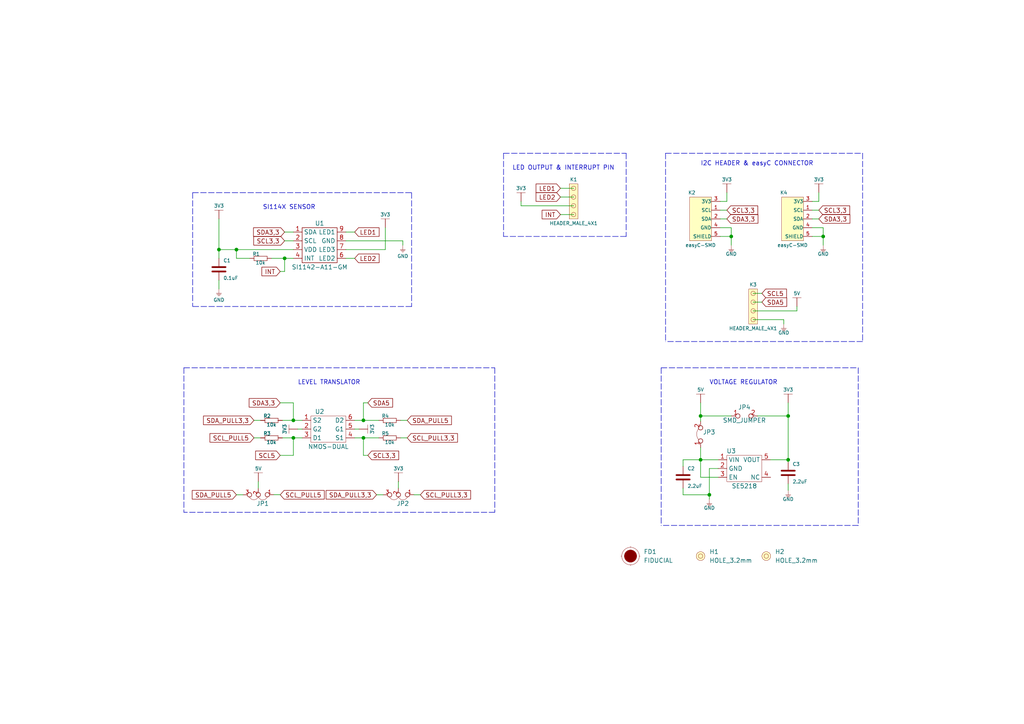
<source format=kicad_sch>
(kicad_sch (version 20210621) (generator eeschema)

  (uuid d3f245dc-0c11-4f73-bb98-9fa7cc1b9513)

  (paper "A4")

  (lib_symbols
    (symbol "e-radionica.com schematics:0603C" (pin_numbers hide) (pin_names (offset 0.002)) (in_bom yes) (on_board yes)
      (property "Reference" "C" (id 0) (at -0.635 3.175 0)
        (effects (font (size 1 1)))
      )
      (property "Value" "0603C" (id 1) (at 0 -3.175 0)
        (effects (font (size 1 1)))
      )
      (property "Footprint" "e-radionica.com footprinti:0603C" (id 2) (at 0 0 0)
        (effects (font (size 1 1)) hide)
      )
      (property "Datasheet" "" (id 3) (at 0 0 0)
        (effects (font (size 1 1)) hide)
      )
      (symbol "0603C_0_1"
        (polyline
          (pts
            (xy -0.635 1.905)
            (xy -0.635 -1.905)
          )
          (stroke (width 0.5)) (fill (type none))
        )
        (polyline
          (pts
            (xy 0.635 1.905)
            (xy 0.635 -1.905)
          )
          (stroke (width 0.5)) (fill (type none))
        )
      )
      (symbol "0603C_1_1"
        (pin passive line (at -3.175 0 0) (length 2.54)
          (name "~" (effects (font (size 1.27 1.27))))
          (number "1" (effects (font (size 1.27 1.27))))
        )
        (pin passive line (at 3.175 0 180) (length 2.54)
          (name "~" (effects (font (size 1.27 1.27))))
          (number "2" (effects (font (size 1.27 1.27))))
        )
      )
    )
    (symbol "e-radionica.com schematics:0603R" (pin_numbers hide) (pin_names (offset 0.254)) (in_bom yes) (on_board yes)
      (property "Reference" "R" (id 0) (at -1.905 1.905 0)
        (effects (font (size 1 1)))
      )
      (property "Value" "0603R" (id 1) (at 0 -1.905 0)
        (effects (font (size 1 1)))
      )
      (property "Footprint" "e-radionica.com footprinti:0603R" (id 2) (at -0.635 1.905 0)
        (effects (font (size 1 1)) hide)
      )
      (property "Datasheet" "" (id 3) (at -0.635 1.905 0)
        (effects (font (size 1 1)) hide)
      )
      (symbol "0603R_0_1"
        (rectangle (start -1.905 -0.635) (end 1.905 -0.6604)
          (stroke (width 0.1)) (fill (type none))
        )
        (rectangle (start -1.905 0.635) (end -1.8796 -0.635)
          (stroke (width 0.1)) (fill (type none))
        )
        (rectangle (start -1.905 0.635) (end 1.905 0.6096)
          (stroke (width 0.1)) (fill (type none))
        )
        (rectangle (start 1.905 0.635) (end 1.9304 -0.635)
          (stroke (width 0.1)) (fill (type none))
        )
      )
      (symbol "0603R_1_1"
        (pin passive line (at -3.175 0 0) (length 1.27)
          (name "~" (effects (font (size 1.27 1.27))))
          (number "1" (effects (font (size 1.27 1.27))))
        )
        (pin passive line (at 3.175 0 180) (length 1.27)
          (name "~" (effects (font (size 1.27 1.27))))
          (number "2" (effects (font (size 1.27 1.27))))
        )
      )
    )
    (symbol "e-radionica.com schematics:3V3" (power) (pin_names (offset 0)) (in_bom yes) (on_board yes)
      (property "Reference" "#PWR" (id 0) (at 4.445 0 0)
        (effects (font (size 1 1)) hide)
      )
      (property "Value" "3V3" (id 1) (at 0 3.556 0)
        (effects (font (size 1 1)))
      )
      (property "Footprint" "" (id 2) (at 4.445 3.81 0)
        (effects (font (size 1 1)) hide)
      )
      (property "Datasheet" "" (id 3) (at 4.445 3.81 0)
        (effects (font (size 1 1)) hide)
      )
      (property "ki_keywords" "power-flag" (id 4) (at 0 0 0)
        (effects (font (size 1.27 1.27)) hide)
      )
      (property "ki_description" "Power symbol creates a global label with name \"+3V3\"" (id 5) (at 0 0 0)
        (effects (font (size 1.27 1.27)) hide)
      )
      (symbol "3V3_0_1"
        (polyline
          (pts
            (xy -1.27 2.54)
            (xy 1.27 2.54)
          )
          (stroke (width 0.0006)) (fill (type none))
        )
        (polyline
          (pts
            (xy 0 0)
            (xy 0 2.54)
          )
          (stroke (width 0)) (fill (type none))
        )
      )
      (symbol "3V3_1_1"
        (pin power_in line (at 0 0 90) (length 0) hide
          (name "3V3" (effects (font (size 1.27 1.27))))
          (number "1" (effects (font (size 1.27 1.27))))
        )
      )
    )
    (symbol "e-radionica.com schematics:5V" (power) (pin_names (offset 0)) (in_bom yes) (on_board yes)
      (property "Reference" "#PWR" (id 0) (at 4.445 0 0)
        (effects (font (size 1 1)) hide)
      )
      (property "Value" "5V" (id 1) (at 0 3.556 0)
        (effects (font (size 1 1)))
      )
      (property "Footprint" "" (id 2) (at 4.445 3.81 0)
        (effects (font (size 1 1)) hide)
      )
      (property "Datasheet" "" (id 3) (at 4.445 3.81 0)
        (effects (font (size 1 1)) hide)
      )
      (property "ki_keywords" "power-flag" (id 4) (at 0 0 0)
        (effects (font (size 1.27 1.27)) hide)
      )
      (property "ki_description" "Power symbol creates a global label with name \"+3V3\"" (id 5) (at 0 0 0)
        (effects (font (size 1.27 1.27)) hide)
      )
      (symbol "5V_0_1"
        (polyline
          (pts
            (xy -1.27 2.54)
            (xy 1.27 2.54)
          )
          (stroke (width 0.0006)) (fill (type none))
        )
        (polyline
          (pts
            (xy 0 0)
            (xy 0 2.54)
          )
          (stroke (width 0)) (fill (type none))
        )
      )
      (symbol "5V_1_1"
        (pin power_in line (at 0 0 90) (length 0) hide
          (name "5V" (effects (font (size 1.27 1.27))))
          (number "1" (effects (font (size 1.27 1.27))))
        )
      )
    )
    (symbol "e-radionica.com schematics:FIDUCIAL" (in_bom no) (on_board yes)
      (property "Reference" "FD" (id 0) (at 0 3.81 0)
        (effects (font (size 1.27 1.27)))
      )
      (property "Value" "FIDUCIAL" (id 1) (at 0 -3.81 0)
        (effects (font (size 1.27 1.27)))
      )
      (property "Footprint" "e-radionica.com footprinti:FIDUCIAL_23" (id 2) (at 0.254 -5.334 0)
        (effects (font (size 1.27 1.27)) hide)
      )
      (property "Datasheet" "" (id 3) (at 0 0 0)
        (effects (font (size 1.27 1.27)) hide)
      )
      (symbol "FIDUCIAL_0_1"
        (circle (center 0 0) (radius 2.54) (stroke (width 0.0006)) (fill (type none)))
        (circle (center 0 0) (radius 1.7961) (stroke (width 0.001)) (fill (type outline)))
        (polyline
          (pts
            (xy -2.54 0)
            (xy -2.794 0)
          )
          (stroke (width 0.0006)) (fill (type none))
        )
        (polyline
          (pts
            (xy 0 -2.54)
            (xy 0 -2.794)
          )
          (stroke (width 0.0006)) (fill (type none))
        )
        (polyline
          (pts
            (xy 0 2.54)
            (xy 0 2.794)
          )
          (stroke (width 0.0006)) (fill (type none))
        )
        (polyline
          (pts
            (xy 2.54 0)
            (xy 2.794 0)
          )
          (stroke (width 0.0006)) (fill (type none))
        )
      )
    )
    (symbol "e-radionica.com schematics:GND" (power) (pin_names (offset 0)) (in_bom yes) (on_board yes)
      (property "Reference" "#PWR" (id 0) (at 4.445 0 0)
        (effects (font (size 1 1)) hide)
      )
      (property "Value" "GND" (id 1) (at 0 -2.921 0)
        (effects (font (size 1 1)))
      )
      (property "Footprint" "" (id 2) (at 4.445 3.81 0)
        (effects (font (size 1 1)) hide)
      )
      (property "Datasheet" "" (id 3) (at 4.445 3.81 0)
        (effects (font (size 1 1)) hide)
      )
      (property "ki_keywords" "power-flag" (id 4) (at 0 0 0)
        (effects (font (size 1.27 1.27)) hide)
      )
      (property "ki_description" "Power symbol creates a global label with name \"GND\"" (id 5) (at 0 0 0)
        (effects (font (size 1.27 1.27)) hide)
      )
      (symbol "GND_0_1"
        (polyline
          (pts
            (xy -0.762 -1.27)
            (xy 0.762 -1.27)
          )
          (stroke (width 0.0006)) (fill (type none))
        )
        (polyline
          (pts
            (xy -0.635 -1.524)
            (xy 0.635 -1.524)
          )
          (stroke (width 0.0006)) (fill (type none))
        )
        (polyline
          (pts
            (xy -0.381 -1.778)
            (xy 0.381 -1.778)
          )
          (stroke (width 0.0006)) (fill (type none))
        )
        (polyline
          (pts
            (xy -0.127 -2.032)
            (xy 0.127 -2.032)
          )
          (stroke (width 0.0006)) (fill (type none))
        )
        (polyline
          (pts
            (xy 0 0)
            (xy 0 -1.27)
          )
          (stroke (width 0.0006)) (fill (type none))
        )
      )
      (symbol "GND_1_1"
        (pin power_in line (at 0 0 270) (length 0) hide
          (name "GND" (effects (font (size 1.27 1.27))))
          (number "1" (effects (font (size 1.27 1.27))))
        )
      )
    )
    (symbol "e-radionica.com schematics:HEADER_MALE_4X1" (pin_numbers hide) (pin_names hide) (in_bom yes) (on_board yes)
      (property "Reference" "K" (id 0) (at -0.635 7.62 0)
        (effects (font (size 1 1)))
      )
      (property "Value" "HEADER_MALE_4X1" (id 1) (at 0 -5.08 0)
        (effects (font (size 1 1)))
      )
      (property "Footprint" "e-radionica.com footprinti:HEADER_MALE_4X1" (id 2) (at 0 -2.54 0)
        (effects (font (size 1 1)) hide)
      )
      (property "Datasheet" "" (id 3) (at 0 -2.54 0)
        (effects (font (size 1 1)) hide)
      )
      (symbol "HEADER_MALE_4X1_0_1"
        (circle (center 0 -2.54) (radius 0.635) (stroke (width 0.0006)) (fill (type none)))
        (circle (center 0 0) (radius 0.635) (stroke (width 0.0006)) (fill (type none)))
        (circle (center 0 2.54) (radius 0.635) (stroke (width 0.0006)) (fill (type none)))
        (circle (center 0 5.08) (radius 0.635) (stroke (width 0.0006)) (fill (type none)))
        (rectangle (start 1.27 -3.81) (end -1.27 6.35)
          (stroke (width 0.001)) (fill (type background))
        )
      )
      (symbol "HEADER_MALE_4X1_1_1"
        (pin passive line (at 0 -2.54 180) (length 0)
          (name "~" (effects (font (size 1 1))))
          (number "1" (effects (font (size 1 1))))
        )
        (pin passive line (at 0 0 180) (length 0)
          (name "~" (effects (font (size 1 1))))
          (number "2" (effects (font (size 1 1))))
        )
        (pin passive line (at 0 2.54 180) (length 0)
          (name "~" (effects (font (size 1 1))))
          (number "3" (effects (font (size 1 1))))
        )
        (pin passive line (at 0 5.08 180) (length 0)
          (name "~" (effects (font (size 1 1))))
          (number "4" (effects (font (size 1 1))))
        )
      )
    )
    (symbol "e-radionica.com schematics:HOLE_3.2mm" (pin_numbers hide) (pin_names hide) (in_bom yes) (on_board yes)
      (property "Reference" "H" (id 0) (at 0 2.54 0)
        (effects (font (size 1.27 1.27)))
      )
      (property "Value" "HOLE_3.2mm" (id 1) (at 0 -2.54 0)
        (effects (font (size 1.27 1.27)))
      )
      (property "Footprint" "e-radionica.com footprinti:HOLE_3.2mm" (id 2) (at 0 0 0)
        (effects (font (size 1.27 1.27)) hide)
      )
      (property "Datasheet" "" (id 3) (at 0 0 0)
        (effects (font (size 1.27 1.27)) hide)
      )
      (symbol "HOLE_3.2mm_0_1"
        (circle (center 0 0) (radius 0.635) (stroke (width 0.0006)) (fill (type none)))
        (circle (center 0 0) (radius 1.27) (stroke (width 0.001)) (fill (type background)))
      )
    )
    (symbol "e-radionica.com schematics:NMOS-DUAL" (in_bom yes) (on_board yes)
      (property "Reference" "U" (id 0) (at -3.81 5.08 0)
        (effects (font (size 1.27 1.27)))
      )
      (property "Value" "NMOS-DUAL" (id 1) (at 0 -5.08 0)
        (effects (font (size 1.27 1.27)))
      )
      (property "Footprint" "e-radionica.com footprinti:SOT-363" (id 2) (at 0 -7.62 0)
        (effects (font (size 1.27 1.27)) hide)
      )
      (property "Datasheet" "" (id 3) (at 0 -2.54 0)
        (effects (font (size 1.27 1.27)) hide)
      )
      (symbol "NMOS-DUAL_0_1"
        (rectangle (start -5.08 3.81) (end 5.08 -3.81)
          (stroke (width 0.0006)) (fill (type none))
        )
      )
      (symbol "NMOS-DUAL_1_1"
        (pin input line (at -7.62 2.54 0) (length 2.54)
          (name "S2" (effects (font (size 1.27 1.27))))
          (number "1" (effects (font (size 1.27 1.27))))
        )
        (pin input line (at -7.62 0 0) (length 2.54)
          (name "G2" (effects (font (size 1.27 1.27))))
          (number "2" (effects (font (size 1.27 1.27))))
        )
        (pin input line (at -7.62 -2.54 0) (length 2.54)
          (name "D1" (effects (font (size 1.27 1.27))))
          (number "3" (effects (font (size 1.27 1.27))))
        )
        (pin input line (at 7.62 -2.54 180) (length 2.54)
          (name "S1" (effects (font (size 1.27 1.27))))
          (number "4" (effects (font (size 1.27 1.27))))
        )
        (pin input line (at 7.62 0 180) (length 2.54)
          (name "G1" (effects (font (size 1.27 1.27))))
          (number "5" (effects (font (size 1.27 1.27))))
        )
        (pin input line (at 7.62 2.54 180) (length 2.54)
          (name "D2" (effects (font (size 1.27 1.27))))
          (number "6" (effects (font (size 1.27 1.27))))
        )
      )
    )
    (symbol "e-radionica.com schematics:SE5218" (in_bom yes) (on_board yes)
      (property "Reference" "U" (id 0) (at -3.81 5.08 0)
        (effects (font (size 1.27 1.27)))
      )
      (property "Value" "SE5218" (id 1) (at 0 -5.08 0)
        (effects (font (size 1.27 1.27)))
      )
      (property "Footprint" "e-radionica.com footprinti:SOT-23-5" (id 2) (at 0 0 0)
        (effects (font (size 1.27 1.27)) hide)
      )
      (property "Datasheet" "" (id 3) (at 0 0 0)
        (effects (font (size 1.27 1.27)) hide)
      )
      (symbol "SE5218_0_1"
        (rectangle (start -5.08 3.81) (end 5.08 -3.81)
          (stroke (width 0.0006)) (fill (type none))
        )
      )
      (symbol "SE5218_1_1"
        (pin power_in line (at -7.62 2.54 0) (length 2.54)
          (name "VIN" (effects (font (size 1.27 1.27))))
          (number "1" (effects (font (size 1.27 1.27))))
        )
        (pin power_in line (at -7.62 0 0) (length 2.54)
          (name "GND" (effects (font (size 1.27 1.27))))
          (number "2" (effects (font (size 1.27 1.27))))
        )
        (pin input line (at -7.62 -2.54 0) (length 2.54)
          (name "EN" (effects (font (size 1.27 1.27))))
          (number "3" (effects (font (size 1.27 1.27))))
        )
        (pin passive line (at 7.62 -2.54 180) (length 2.54)
          (name "NC" (effects (font (size 1.27 1.27))))
          (number "4" (effects (font (size 1.27 1.27))))
        )
        (pin power_out line (at 7.62 2.54 180) (length 2.54)
          (name "VOUT" (effects (font (size 1.27 1.27))))
          (number "5" (effects (font (size 1.27 1.27))))
        )
      )
    )
    (symbol "e-radionica.com schematics:SI1142-A11-GM" (in_bom yes) (on_board yes)
      (property "Reference" "U" (id 0) (at 0 6.35 0)
        (effects (font (size 1.27 1.27)))
      )
      (property "Value" "SI1142-A11-GM" (id 1) (at 0 -6.35 0)
        (effects (font (size 1.27 1.27)))
      )
      (property "Footprint" "e-radionica.com footprinti:SI1142-A11-GM" (id 2) (at 0 -8.89 0)
        (effects (font (size 1.27 1.27)) hide)
      )
      (property "Datasheet" "" (id 3) (at 0 0 0)
        (effects (font (size 1.27 1.27)) hide)
      )
      (symbol "SI1142-A11-GM_0_1"
        (rectangle (start -5.08 5.08) (end 5.08 -5.08)
          (stroke (width 0.1524)) (fill (type none))
        )
      )
      (symbol "SI1142-A11-GM_1_1"
        (pin bidirectional line (at -7.62 3.81 0) (length 2.54)
          (name "SDA" (effects (font (size 1.27 1.27))))
          (number "1" (effects (font (size 1.27 1.27))))
        )
        (pin bidirectional line (at -7.62 1.27 0) (length 2.54)
          (name "SCL" (effects (font (size 1.27 1.27))))
          (number "2" (effects (font (size 1.27 1.27))))
        )
        (pin bidirectional line (at -7.62 -1.27 0) (length 2.54)
          (name "VDD" (effects (font (size 1.27 1.27))))
          (number "3" (effects (font (size 1.27 1.27))))
        )
        (pin bidirectional line (at -7.62 -3.81 0) (length 2.54)
          (name "INT" (effects (font (size 1.27 1.27))))
          (number "4" (effects (font (size 1.27 1.27))))
        )
        (pin bidirectional line (at 7.62 -3.81 180) (length 2.54)
          (name "LED2" (effects (font (size 1.27 1.27))))
          (number "6" (effects (font (size 1.27 1.27))))
        )
        (pin bidirectional line (at 7.62 -1.27 180) (length 2.54)
          (name "LED3" (effects (font (size 1.27 1.27))))
          (number "7" (effects (font (size 1.27 1.27))))
        )
        (pin bidirectional line (at 7.62 1.27 180) (length 2.54)
          (name "GND" (effects (font (size 1.27 1.27))))
          (number "8" (effects (font (size 1.27 1.27))))
        )
        (pin bidirectional line (at 7.62 3.81 180) (length 2.54)
          (name "LED1" (effects (font (size 1.27 1.27))))
          (number "9" (effects (font (size 1.27 1.27))))
        )
      )
    )
    (symbol "e-radionica.com schematics:SMD-JUMPER-CONNECTED_TRACE_SLODERMASK" (in_bom yes) (on_board yes)
      (property "Reference" "JP" (id 0) (at 0 3.556 0)
        (effects (font (size 1.27 1.27)))
      )
      (property "Value" "SMD-JUMPER-CONNECTED_TRACE_SLODERMASK" (id 1) (at 0 -2.54 0)
        (effects (font (size 1.27 1.27)))
      )
      (property "Footprint" "e-radionica.com footprinti:SMD-JUMPER-CONNECTED_TRACE_SLODERMASK" (id 2) (at 0 -5.715 0)
        (effects (font (size 1.27 1.27)) hide)
      )
      (property "Datasheet" "" (id 3) (at 0 0 0)
        (effects (font (size 1.27 1.27)) hide)
      )
      (symbol "SMD-JUMPER-CONNECTED_TRACE_SLODERMASK_0_1"
        (arc (start -1.8034 0.5588) (end 1.397 0.5842) (radius (at -0.1875 -1.4124) (length 2.5489) (angles 129.3 51.6))
          (stroke (width 0.0006)) (fill (type none))
        )
      )
      (symbol "SMD-JUMPER-CONNECTED_TRACE_SLODERMASK_1_1"
        (pin passive inverted (at -4.064 0 0) (length 2.54)
          (name "" (effects (font (size 1.27 1.27))))
          (number "1" (effects (font (size 1.27 1.27))))
        )
        (pin passive inverted (at 3.556 0 180) (length 2.54)
          (name "" (effects (font (size 1.27 1.27))))
          (number "2" (effects (font (size 1.27 1.27))))
        )
      )
    )
    (symbol "e-radionica.com schematics:SMD_JUMPER" (in_bom yes) (on_board yes)
      (property "Reference" "JP" (id 0) (at 0 1.397 0)
        (effects (font (size 1.27 1.27)))
      )
      (property "Value" "SMD_JUMPER" (id 1) (at 0.508 -3.048 0)
        (effects (font (size 1.27 1.27)))
      )
      (property "Footprint" "e-radionica.com footprinti:SMD_JUMPER" (id 2) (at 0 0 0)
        (effects (font (size 1.27 1.27)) hide)
      )
      (property "Datasheet" "" (id 3) (at 0 0 0)
        (effects (font (size 1.27 1.27)) hide)
      )
      (symbol "SMD_JUMPER_1_1"
        (pin passive inverted (at -3.81 0 0) (length 2.54)
          (name "" (effects (font (size 1.27 1.27))))
          (number "1" (effects (font (size 1.27 1.27))))
        )
        (pin passive inverted (at 3.81 0 180) (length 2.54)
          (name "" (effects (font (size 1.27 1.27))))
          (number "2" (effects (font (size 1.27 1.27))))
        )
      )
    )
    (symbol "e-radionica.com schematics:SMD_JUMPER_3_PAD_TRACE" (in_bom yes) (on_board yes)
      (property "Reference" "JP" (id 0) (at 0.0254 5.461 0)
        (effects (font (size 1.27 1.27)))
      )
      (property "Value" "SMD_JUMPER_3_PAD_TRACE" (id 1) (at 0.3048 -4.572 0)
        (effects (font (size 1.27 1.27)))
      )
      (property "Footprint" "e-radionica.com footprinti:SMD_JUMPER_3_PAD_TRACE" (id 2) (at 0 -1.27 0)
        (effects (font (size 1.27 1.27)) hide)
      )
      (property "Datasheet" "" (id 3) (at 0 0 0)
        (effects (font (size 1.27 1.27)) hide)
      )
      (symbol "SMD_JUMPER_3_PAD_TRACE_0_1"
        (arc (start -2.6162 0.6096) (end 0 0.5842) (radius (at -1.3133 0.057) (length 1.4152) (angles 157 21.9))
          (stroke (width 0.0006)) (fill (type none))
        )
        (arc (start 0 0.6096) (end 2.5908 0.6604) (radius (at 1.308 -0.0085) (length 1.4467) (angles 154.7 27.5))
          (stroke (width 0.0006)) (fill (type none))
        )
      )
      (symbol "SMD_JUMPER_3_PAD_TRACE_1_1"
        (pin passive inverted (at -4.5212 -0.0254 0) (length 2.54)
          (name "" (effects (font (size 1 1))))
          (number "1" (effects (font (size 1 1))))
        )
        (pin passive inverted (at 0.0254 -1.9304 90) (length 2.54)
          (name "" (effects (font (size 1 1))))
          (number "2" (effects (font (size 1 1))))
        )
        (pin passive inverted (at 4.4704 0 180) (length 2.54)
          (name "" (effects (font (size 1 1))))
          (number "3" (effects (font (size 1 1))))
        )
      )
    )
    (symbol "e-radionica.com schematics:easyC-SMD" (pin_names (offset 0.002)) (in_bom yes) (on_board yes)
      (property "Reference" "K" (id 0) (at -2.54 10.16 0)
        (effects (font (size 1 1)))
      )
      (property "Value" "easyC-SMD" (id 1) (at 0 -5.08 0)
        (effects (font (size 1 1)))
      )
      (property "Footprint" "e-radionica.com footprinti:easyC-connector" (id 2) (at 3.175 2.54 0)
        (effects (font (size 1 1)) hide)
      )
      (property "Datasheet" "" (id 3) (at 3.175 2.54 0)
        (effects (font (size 1 1)) hide)
      )
      (symbol "easyC-SMD_0_1"
        (rectangle (start -3.175 8.89) (end 3.175 -3.81)
          (stroke (width 0.001)) (fill (type background))
        )
      )
      (symbol "easyC-SMD_1_1"
        (pin passive line (at 5.715 5.08 180) (length 2.54)
          (name "SCL" (effects (font (size 1 1))))
          (number "1" (effects (font (size 1 1))))
        )
        (pin passive line (at 5.715 2.54 180) (length 2.54)
          (name "SDA" (effects (font (size 1 1))))
          (number "2" (effects (font (size 1 1))))
        )
        (pin passive line (at 5.715 7.62 180) (length 2.54)
          (name "3V3" (effects (font (size 1 1))))
          (number "3" (effects (font (size 1 1))))
        )
        (pin passive line (at 5.715 0 180) (length 2.54)
          (name "GND" (effects (font (size 1 1))))
          (number "4" (effects (font (size 1 1))))
        )
        (pin passive line (at 5.715 -2.54 180) (length 2.54)
          (name "SHIELD" (effects (font (size 1 1))))
          (number "5" (effects (font (size 1 1))))
        )
      )
    )
  )

  (junction (at 63.5 72.39) (diameter 0.9144) (color 0 0 0 0))
  (junction (at 68.58 72.39) (diameter 0.9144) (color 0 0 0 0))
  (junction (at 82.55 74.93) (diameter 0.9144) (color 0 0 0 0))
  (junction (at 85.09 121.92) (diameter 0.9144) (color 0 0 0 0))
  (junction (at 85.09 127) (diameter 0.9144) (color 0 0 0 0))
  (junction (at 105.41 121.92) (diameter 0.9144) (color 0 0 0 0))
  (junction (at 105.41 127) (diameter 0.9144) (color 0 0 0 0))
  (junction (at 203.2 120.65) (diameter 0.9144) (color 0 0 0 0))
  (junction (at 203.2 133.35) (diameter 0.9144) (color 0 0 0 0))
  (junction (at 205.74 143.51) (diameter 0.9144) (color 0 0 0 0))
  (junction (at 212.09 68.58) (diameter 0.9144) (color 0 0 0 0))
  (junction (at 228.6 120.65) (diameter 0.9144) (color 0 0 0 0))
  (junction (at 228.6 133.35) (diameter 0.9144) (color 0 0 0 0))
  (junction (at 238.76 68.58) (diameter 0.9144) (color 0 0 0 0))

  (wire (pts (xy 63.5 63.5) (xy 63.5 72.39))
    (stroke (width 0) (type solid) (color 0 0 0 0))
    (uuid 6a583238-6b95-40bb-aab8-92d3d7536f9f)
  )
  (wire (pts (xy 63.5 72.39) (xy 63.5 74.93))
    (stroke (width 0) (type solid) (color 0 0 0 0))
    (uuid 6a583238-6b95-40bb-aab8-92d3d7536f9f)
  )
  (wire (pts (xy 63.5 72.39) (xy 68.58 72.39))
    (stroke (width 0) (type solid) (color 0 0 0 0))
    (uuid 578ad2f3-e638-4223-9d45-9133e22df897)
  )
  (wire (pts (xy 63.5 81.28) (xy 63.5 83.82))
    (stroke (width 0) (type solid) (color 0 0 0 0))
    (uuid df53afe0-5f8c-4c8d-b876-e01294b37d92)
  )
  (wire (pts (xy 68.58 72.39) (xy 85.09 72.39))
    (stroke (width 0) (type solid) (color 0 0 0 0))
    (uuid 578ad2f3-e638-4223-9d45-9133e22df897)
  )
  (wire (pts (xy 68.58 74.93) (xy 68.58 72.39))
    (stroke (width 0) (type solid) (color 0 0 0 0))
    (uuid 1ac69d0b-97d8-408d-add5-c8c452417367)
  )
  (wire (pts (xy 68.58 143.51) (xy 70.4596 143.51))
    (stroke (width 0) (type solid) (color 0 0 0 0))
    (uuid 8e9e0dea-215d-4c76-a0e4-52d2fa3fdc3e)
  )
  (wire (pts (xy 72.39 74.93) (xy 68.58 74.93))
    (stroke (width 0) (type solid) (color 0 0 0 0))
    (uuid 1ac69d0b-97d8-408d-add5-c8c452417367)
  )
  (wire (pts (xy 73.66 121.92) (xy 75.565 121.92))
    (stroke (width 0) (type solid) (color 0 0 0 0))
    (uuid 4e52f9ce-f0de-4bfb-8e58-2f849d3ed4f9)
  )
  (wire (pts (xy 73.66 127) (xy 75.565 127))
    (stroke (width 0) (type solid) (color 0 0 0 0))
    (uuid 9295be44-bbe5-4679-a8a4-1eec73050a0b)
  )
  (wire (pts (xy 74.9046 139.7) (xy 74.93 139.7))
    (stroke (width 0) (type solid) (color 0 0 0 0))
    (uuid 028d167a-0ae7-448b-86f8-9bd802bc7f37)
  )
  (wire (pts (xy 74.9046 141.5796) (xy 74.9046 139.7))
    (stroke (width 0) (type solid) (color 0 0 0 0))
    (uuid 6e99f68f-6b61-4ee8-863c-1f75e1d97fad)
  )
  (wire (pts (xy 78.74 74.93) (xy 82.55 74.93))
    (stroke (width 0) (type solid) (color 0 0 0 0))
    (uuid 7dee8a97-19f2-4a9a-9363-9e82f65d9689)
  )
  (wire (pts (xy 79.4512 143.4846) (xy 81.28 143.4846))
    (stroke (width 0) (type solid) (color 0 0 0 0))
    (uuid ddb8de9f-7646-4456-b0cf-e7680a0d9541)
  )
  (wire (pts (xy 81.28 78.74) (xy 82.55 78.74))
    (stroke (width 0) (type solid) (color 0 0 0 0))
    (uuid 4846b25e-b031-4ca4-9007-2ed59c2a6ef4)
  )
  (wire (pts (xy 81.28 116.84) (xy 85.09 116.84))
    (stroke (width 0) (type solid) (color 0 0 0 0))
    (uuid ded7408b-c76a-4bb7-ac92-1ebfd1f149bb)
  )
  (wire (pts (xy 81.28 132.08) (xy 85.09 132.08))
    (stroke (width 0) (type solid) (color 0 0 0 0))
    (uuid d507f0ad-93af-450e-93e0-90d8eb97474d)
  )
  (wire (pts (xy 81.28 143.4846) (xy 81.28 143.51))
    (stroke (width 0) (type solid) (color 0 0 0 0))
    (uuid 9c458cad-622c-41df-9f89-8451b46b88ef)
  )
  (wire (pts (xy 81.915 121.92) (xy 85.09 121.92))
    (stroke (width 0) (type solid) (color 0 0 0 0))
    (uuid 1e3cbe6a-bf68-47a0-8d88-2d204741ff7b)
  )
  (wire (pts (xy 81.915 127) (xy 85.09 127))
    (stroke (width 0) (type solid) (color 0 0 0 0))
    (uuid 0b7e8636-4884-4e6d-afbc-c357750c2e8f)
  )
  (wire (pts (xy 82.55 67.31) (xy 85.09 67.31))
    (stroke (width 0) (type solid) (color 0 0 0 0))
    (uuid 52e65591-fe3c-4d7d-a9a0-d5dd363d3569)
  )
  (wire (pts (xy 82.55 69.85) (xy 85.09 69.85))
    (stroke (width 0) (type solid) (color 0 0 0 0))
    (uuid 5069e376-33fc-406e-bdb7-60b243971a13)
  )
  (wire (pts (xy 82.55 74.93) (xy 85.09 74.93))
    (stroke (width 0) (type solid) (color 0 0 0 0))
    (uuid 7dee8a97-19f2-4a9a-9363-9e82f65d9689)
  )
  (wire (pts (xy 82.55 78.74) (xy 82.55 74.93))
    (stroke (width 0) (type solid) (color 0 0 0 0))
    (uuid 4846b25e-b031-4ca4-9007-2ed59c2a6ef4)
  )
  (wire (pts (xy 85.09 116.84) (xy 85.09 121.92))
    (stroke (width 0) (type solid) (color 0 0 0 0))
    (uuid 646eafcd-352f-4ba0-a5d9-8088cee3103b)
  )
  (wire (pts (xy 85.09 121.92) (xy 87.63 121.92))
    (stroke (width 0) (type solid) (color 0 0 0 0))
    (uuid b2074e0b-75b2-4580-bf7d-36c0798655ee)
  )
  (wire (pts (xy 85.09 127) (xy 87.63 127))
    (stroke (width 0) (type solid) (color 0 0 0 0))
    (uuid 810b3f75-689f-461f-ade7-4a92fcf5d87e)
  )
  (wire (pts (xy 85.09 132.08) (xy 85.09 127))
    (stroke (width 0) (type solid) (color 0 0 0 0))
    (uuid 1d14eeda-e0e3-4a2d-9521-2930daaaa2cc)
  )
  (wire (pts (xy 86.36 124.46) (xy 87.63 124.46))
    (stroke (width 0) (type solid) (color 0 0 0 0))
    (uuid a8d31fcb-917f-4d36-80f8-02aa27468aea)
  )
  (wire (pts (xy 100.33 67.31) (xy 102.87 67.31))
    (stroke (width 0) (type solid) (color 0 0 0 0))
    (uuid 4aa3920c-af12-42c4-957a-816941ff31a4)
  )
  (wire (pts (xy 100.33 69.85) (xy 116.84 69.85))
    (stroke (width 0) (type solid) (color 0 0 0 0))
    (uuid 54221ed1-010e-4967-be66-7312480048c4)
  )
  (wire (pts (xy 100.33 72.39) (xy 111.76 72.39))
    (stroke (width 0) (type solid) (color 0 0 0 0))
    (uuid 939e8109-7946-4266-8975-29dd1c41c246)
  )
  (wire (pts (xy 100.33 74.93) (xy 102.87 74.93))
    (stroke (width 0) (type solid) (color 0 0 0 0))
    (uuid 428fd148-b3fc-4087-aa53-d8b08686daec)
  )
  (wire (pts (xy 102.87 121.92) (xy 105.41 121.92))
    (stroke (width 0) (type solid) (color 0 0 0 0))
    (uuid d708c666-b681-471f-8027-15d018bad0e3)
  )
  (wire (pts (xy 102.87 124.46) (xy 104.14 124.46))
    (stroke (width 0) (type solid) (color 0 0 0 0))
    (uuid 04bfb14e-7b72-4afb-bbe8-d5927f1ef1b5)
  )
  (wire (pts (xy 102.87 127) (xy 105.41 127))
    (stroke (width 0) (type solid) (color 0 0 0 0))
    (uuid 81c13305-4197-4473-98ee-10d843dc4fe9)
  )
  (wire (pts (xy 105.41 116.84) (xy 105.41 121.92))
    (stroke (width 0) (type solid) (color 0 0 0 0))
    (uuid 0a6b0849-442e-4d74-9334-8d907a4c3c4d)
  )
  (wire (pts (xy 105.41 121.92) (xy 109.855 121.92))
    (stroke (width 0) (type solid) (color 0 0 0 0))
    (uuid 254d2717-cc49-4edf-b8da-c9c90afe09c4)
  )
  (wire (pts (xy 105.41 127) (xy 109.855 127))
    (stroke (width 0) (type solid) (color 0 0 0 0))
    (uuid 2dc48518-dd2f-45df-a54e-98f7a853cf4d)
  )
  (wire (pts (xy 105.41 132.08) (xy 105.41 127))
    (stroke (width 0) (type solid) (color 0 0 0 0))
    (uuid 4b62f1c6-be32-49c4-9e7e-943c3d851caf)
  )
  (wire (pts (xy 106.68 116.84) (xy 105.41 116.84))
    (stroke (width 0) (type solid) (color 0 0 0 0))
    (uuid 44471f26-9e5c-41bf-9ac4-db20db43b17e)
  )
  (wire (pts (xy 106.68 132.08) (xy 105.41 132.08))
    (stroke (width 0) (type solid) (color 0 0 0 0))
    (uuid 7f8a3393-0442-47ea-b59e-f08a0030f309)
  )
  (wire (pts (xy 109.22 143.51) (xy 111.0996 143.51))
    (stroke (width 0) (type solid) (color 0 0 0 0))
    (uuid 25a77a8d-8ae5-4387-8f92-f6767415e936)
  )
  (wire (pts (xy 111.76 72.39) (xy 111.76 66.04))
    (stroke (width 0) (type solid) (color 0 0 0 0))
    (uuid 939e8109-7946-4266-8975-29dd1c41c246)
  )
  (wire (pts (xy 115.5446 139.7) (xy 115.57 139.7))
    (stroke (width 0) (type solid) (color 0 0 0 0))
    (uuid b39cefa5-483d-4fb5-a7d1-6164b5b3c046)
  )
  (wire (pts (xy 115.5446 141.5796) (xy 115.5446 139.7))
    (stroke (width 0) (type solid) (color 0 0 0 0))
    (uuid 5946705c-576b-4096-8ed4-c1eda625056d)
  )
  (wire (pts (xy 116.205 121.92) (xy 118.11 121.92))
    (stroke (width 0) (type solid) (color 0 0 0 0))
    (uuid cead3685-2348-4d2a-b8d7-0fbe7ee2fd31)
  )
  (wire (pts (xy 116.205 127) (xy 118.11 127))
    (stroke (width 0) (type solid) (color 0 0 0 0))
    (uuid ad5a6109-f4c3-40f2-8dda-638ec04b347a)
  )
  (wire (pts (xy 116.84 69.85) (xy 116.84 71.12))
    (stroke (width 0) (type solid) (color 0 0 0 0))
    (uuid 54221ed1-010e-4967-be66-7312480048c4)
  )
  (wire (pts (xy 120.0912 143.4846) (xy 120.0912 143.51))
    (stroke (width 0) (type solid) (color 0 0 0 0))
    (uuid 1fa19389-8d2e-456a-a917-fb77190dce7f)
  )
  (wire (pts (xy 120.0912 143.51) (xy 121.92 143.51))
    (stroke (width 0) (type solid) (color 0 0 0 0))
    (uuid 6d61647e-eecb-44d9-8fe2-1afc10849484)
  )
  (wire (pts (xy 151.13 59.69) (xy 151.13 58.42))
    (stroke (width 0) (type solid) (color 0 0 0 0))
    (uuid 832132b9-e6c8-44ea-aa8f-d95dacc4e55d)
  )
  (wire (pts (xy 151.13 59.69) (xy 166.37 59.69))
    (stroke (width 0) (type solid) (color 0 0 0 0))
    (uuid 679b15c3-940f-4f10-98f1-e4d1fcc28900)
  )
  (wire (pts (xy 162.56 54.61) (xy 166.37 54.61))
    (stroke (width 0) (type solid) (color 0 0 0 0))
    (uuid 1b253667-57fc-4ca4-abc2-b038fcd3ba75)
  )
  (wire (pts (xy 162.56 57.15) (xy 166.37 57.15))
    (stroke (width 0) (type solid) (color 0 0 0 0))
    (uuid 17f47587-5fe8-4cba-b4c0-c1a357b8996a)
  )
  (wire (pts (xy 162.56 62.23) (xy 166.37 62.23))
    (stroke (width 0) (type solid) (color 0 0 0 0))
    (uuid 9ee349ba-2139-4ace-a3c5-b15de355e134)
  )
  (wire (pts (xy 198.12 133.35) (xy 203.2 133.35))
    (stroke (width 0) (type solid) (color 0 0 0 0))
    (uuid a4da0b2f-693c-44a0-ad02-ef97ebab2a78)
  )
  (wire (pts (xy 198.12 135.255) (xy 198.12 133.35))
    (stroke (width 0) (type solid) (color 0 0 0 0))
    (uuid 855ada0e-b07a-4aa0-8538-712d7a2d301a)
  )
  (wire (pts (xy 198.12 141.605) (xy 198.12 143.51))
    (stroke (width 0) (type solid) (color 0 0 0 0))
    (uuid 0a421440-85a3-48e3-a92c-2d9c17add7c3)
  )
  (wire (pts (xy 198.12 143.51) (xy 205.74 143.51))
    (stroke (width 0) (type solid) (color 0 0 0 0))
    (uuid 22d54cad-162b-4868-afbf-50fca81ee6a8)
  )
  (wire (pts (xy 203.2 116.84) (xy 203.2 120.65))
    (stroke (width 0) (type solid) (color 0 0 0 0))
    (uuid 88b75695-5da9-48a5-9f32-4218e0156c5c)
  )
  (wire (pts (xy 203.2 120.65) (xy 203.2 122.174))
    (stroke (width 0) (type solid) (color 0 0 0 0))
    (uuid d12a21f8-f0d5-425a-b5de-74cfd0568bc1)
  )
  (wire (pts (xy 203.2 120.65) (xy 212.09 120.65))
    (stroke (width 0) (type solid) (color 0 0 0 0))
    (uuid 2f53dfab-393d-495b-a10d-d127b14a24bc)
  )
  (wire (pts (xy 203.2 129.794) (xy 203.2 133.35))
    (stroke (width 0) (type solid) (color 0 0 0 0))
    (uuid 310114a6-e392-43be-b7fd-a4f4e9575399)
  )
  (wire (pts (xy 203.2 138.43) (xy 203.2 133.35))
    (stroke (width 0) (type solid) (color 0 0 0 0))
    (uuid 6a84a1dd-1762-4a9b-a357-57e793ed8e1b)
  )
  (wire (pts (xy 205.74 135.89) (xy 205.74 143.51))
    (stroke (width 0) (type solid) (color 0 0 0 0))
    (uuid 55fa013e-1156-4782-8872-62c8f2271c19)
  )
  (wire (pts (xy 205.74 143.51) (xy 205.74 144.78))
    (stroke (width 0) (type solid) (color 0 0 0 0))
    (uuid 1486d352-6c18-49c9-9e4b-bd349e9e5376)
  )
  (wire (pts (xy 208.28 133.35) (xy 203.2 133.35))
    (stroke (width 0) (type solid) (color 0 0 0 0))
    (uuid cd1905dc-5445-4e8f-b927-9a4c096aa960)
  )
  (wire (pts (xy 208.28 135.89) (xy 205.74 135.89))
    (stroke (width 0) (type solid) (color 0 0 0 0))
    (uuid db02c0d0-ae45-4c1b-a78b-79f9afc3959f)
  )
  (wire (pts (xy 208.28 138.43) (xy 203.2 138.43))
    (stroke (width 0) (type solid) (color 0 0 0 0))
    (uuid 931bcb34-960c-49dc-a280-da972a5e1b80)
  )
  (wire (pts (xy 208.915 58.42) (xy 210.82 58.42))
    (stroke (width 0) (type solid) (color 0 0 0 0))
    (uuid 3179d444-2f97-469b-8889-af4ff35a03af)
  )
  (wire (pts (xy 208.915 60.96) (xy 210.82 60.96))
    (stroke (width 0) (type solid) (color 0 0 0 0))
    (uuid d4444e8b-1e07-4703-8dd6-b5ab3ac78811)
  )
  (wire (pts (xy 208.915 63.5) (xy 210.82 63.5))
    (stroke (width 0) (type solid) (color 0 0 0 0))
    (uuid 3556b1b1-1b6f-4d67-b405-a72618cd84e8)
  )
  (wire (pts (xy 208.915 66.04) (xy 212.09 66.04))
    (stroke (width 0) (type solid) (color 0 0 0 0))
    (uuid 5f0cf827-06f2-49cd-9315-c6ad6974c0f2)
  )
  (wire (pts (xy 208.915 68.58) (xy 212.09 68.58))
    (stroke (width 0) (type solid) (color 0 0 0 0))
    (uuid 4903726d-c98f-45e7-a702-ffc823a69e73)
  )
  (wire (pts (xy 210.82 58.42) (xy 210.82 55.88))
    (stroke (width 0) (type solid) (color 0 0 0 0))
    (uuid f3ff8b40-d8e6-460f-a48a-f5c24a0409b2)
  )
  (wire (pts (xy 212.09 66.04) (xy 212.09 68.58))
    (stroke (width 0) (type solid) (color 0 0 0 0))
    (uuid 7f8f2e08-40f7-4344-83d8-8b6f9a0e6648)
  )
  (wire (pts (xy 212.09 68.58) (xy 212.09 71.12))
    (stroke (width 0) (type solid) (color 0 0 0 0))
    (uuid b4c94c8c-4d9a-4df3-ae85-6cf96a645f58)
  )
  (wire (pts (xy 218.44 85.09) (xy 220.98 85.09))
    (stroke (width 0) (type solid) (color 0 0 0 0))
    (uuid 40334ba0-1190-4283-9c9d-11ee54918920)
  )
  (wire (pts (xy 218.44 87.63) (xy 220.98 87.63))
    (stroke (width 0) (type solid) (color 0 0 0 0))
    (uuid 895e642b-a824-4bb1-a107-0ad46287865b)
  )
  (wire (pts (xy 218.44 90.17) (xy 231.14 90.17))
    (stroke (width 0) (type solid) (color 0 0 0 0))
    (uuid f51863fd-059e-4402-8b0f-3b3e1758ba10)
  )
  (wire (pts (xy 218.44 92.71) (xy 227.33 92.71))
    (stroke (width 0) (type solid) (color 0 0 0 0))
    (uuid 1fd9badd-474a-44e0-b7f3-a383d21af9a9)
  )
  (wire (pts (xy 219.71 120.65) (xy 228.6 120.65))
    (stroke (width 0) (type solid) (color 0 0 0 0))
    (uuid 80bf1c9d-a857-4bb7-b061-9000b0d1ed02)
  )
  (wire (pts (xy 223.52 133.35) (xy 228.6 133.35))
    (stroke (width 0) (type solid) (color 0 0 0 0))
    (uuid 718986b4-6ccf-4f94-862a-004a1c8f098f)
  )
  (wire (pts (xy 227.33 92.71) (xy 227.33 93.98))
    (stroke (width 0) (type solid) (color 0 0 0 0))
    (uuid 6182b17d-f4dd-4171-98eb-f577d741fe5f)
  )
  (wire (pts (xy 228.6 120.65) (xy 228.6 116.84))
    (stroke (width 0) (type solid) (color 0 0 0 0))
    (uuid 768f66be-26e8-4d65-bdeb-a4fa46b8d518)
  )
  (wire (pts (xy 228.6 120.65) (xy 228.6 133.35))
    (stroke (width 0) (type solid) (color 0 0 0 0))
    (uuid 1e3cf334-3264-4e02-95f5-42db3b04e565)
  )
  (wire (pts (xy 228.6 133.35) (xy 228.6 133.985))
    (stroke (width 0) (type solid) (color 0 0 0 0))
    (uuid e311fe37-f19e-4863-a069-2e071c81fa09)
  )
  (wire (pts (xy 228.6 140.335) (xy 228.6 142.24))
    (stroke (width 0) (type solid) (color 0 0 0 0))
    (uuid d711864b-48b3-446c-b5e9-a69dc02a405d)
  )
  (wire (pts (xy 231.14 90.17) (xy 231.14 88.9))
    (stroke (width 0) (type solid) (color 0 0 0 0))
    (uuid 67e70b70-3fe2-4929-adc5-10a9dad39602)
  )
  (wire (pts (xy 235.585 58.42) (xy 237.49 58.42))
    (stroke (width 0) (type solid) (color 0 0 0 0))
    (uuid d4388ae7-0228-431d-8972-9e9a19907aed)
  )
  (wire (pts (xy 235.585 60.96) (xy 237.49 60.96))
    (stroke (width 0) (type solid) (color 0 0 0 0))
    (uuid 519dedf5-a5de-44db-9f3c-a96dbddaab28)
  )
  (wire (pts (xy 235.585 63.5) (xy 237.49 63.5))
    (stroke (width 0) (type solid) (color 0 0 0 0))
    (uuid d1757553-32be-427b-bb83-42d4826b5534)
  )
  (wire (pts (xy 235.585 66.04) (xy 238.76 66.04))
    (stroke (width 0) (type solid) (color 0 0 0 0))
    (uuid 6bfa19f8-01ed-465a-9245-3b43e57b6809)
  )
  (wire (pts (xy 235.585 68.58) (xy 238.76 68.58))
    (stroke (width 0) (type solid) (color 0 0 0 0))
    (uuid e2640660-196f-4aba-bd17-64f99d5bb53b)
  )
  (wire (pts (xy 237.49 58.42) (xy 237.49 55.88))
    (stroke (width 0) (type solid) (color 0 0 0 0))
    (uuid 95b0a138-bea3-4259-894c-e5ce28b677a7)
  )
  (wire (pts (xy 238.76 66.04) (xy 238.76 68.58))
    (stroke (width 0) (type solid) (color 0 0 0 0))
    (uuid fc00ccaa-34d1-45a8-97d9-58914b5f3712)
  )
  (wire (pts (xy 238.76 68.58) (xy 238.76 71.12))
    (stroke (width 0) (type solid) (color 0 0 0 0))
    (uuid 6742e441-c9bf-42b4-9f62-321f74c9954d)
  )
  (polyline (pts (xy 53.34 106.68) (xy 53.34 148.59))
    (stroke (width 0) (type dash) (color 0 0 0 0))
    (uuid a0009499-da3e-44e9-8c75-f4a0ae5f400f)
  )
  (polyline (pts (xy 53.34 106.68) (xy 143.51 106.68))
    (stroke (width 0) (type dash) (color 0 0 0 0))
    (uuid a0009499-da3e-44e9-8c75-f4a0ae5f400f)
  )
  (polyline (pts (xy 55.88 55.88) (xy 55.88 88.9))
    (stroke (width 0) (type dash) (color 0 0 0 0))
    (uuid 73bba621-9b53-4d64-9f01-002991ea9a12)
  )
  (polyline (pts (xy 55.88 55.88) (xy 119.38 55.88))
    (stroke (width 0) (type dash) (color 0 0 0 0))
    (uuid 73bba621-9b53-4d64-9f01-002991ea9a12)
  )
  (polyline (pts (xy 119.38 55.88) (xy 119.38 88.9))
    (stroke (width 0) (type dash) (color 0 0 0 0))
    (uuid 73bba621-9b53-4d64-9f01-002991ea9a12)
  )
  (polyline (pts (xy 119.38 88.9) (xy 55.88 88.9))
    (stroke (width 0) (type dash) (color 0 0 0 0))
    (uuid 73bba621-9b53-4d64-9f01-002991ea9a12)
  )
  (polyline (pts (xy 143.51 106.68) (xy 143.51 148.59))
    (stroke (width 0) (type dash) (color 0 0 0 0))
    (uuid a0009499-da3e-44e9-8c75-f4a0ae5f400f)
  )
  (polyline (pts (xy 143.51 148.59) (xy 53.34 148.59))
    (stroke (width 0) (type dash) (color 0 0 0 0))
    (uuid a0009499-da3e-44e9-8c75-f4a0ae5f400f)
  )
  (polyline (pts (xy 146.05 44.45) (xy 146.05 68.58))
    (stroke (width 0) (type dash) (color 0 0 0 0))
    (uuid 8672de21-c5b1-42dc-873f-d950c68ccc2e)
  )
  (polyline (pts (xy 146.05 44.45) (xy 181.61 44.45))
    (stroke (width 0) (type dash) (color 0 0 0 0))
    (uuid 8672de21-c5b1-42dc-873f-d950c68ccc2e)
  )
  (polyline (pts (xy 181.61 44.45) (xy 181.61 68.58))
    (stroke (width 0) (type dash) (color 0 0 0 0))
    (uuid 8672de21-c5b1-42dc-873f-d950c68ccc2e)
  )
  (polyline (pts (xy 181.61 68.58) (xy 146.05 68.58))
    (stroke (width 0) (type dash) (color 0 0 0 0))
    (uuid 8672de21-c5b1-42dc-873f-d950c68ccc2e)
  )
  (polyline (pts (xy 191.77 106.68) (xy 191.77 152.4))
    (stroke (width 0) (type dash) (color 0 0 0 0))
    (uuid 3180481b-4914-4a53-b15e-0abc0b4e978a)
  )
  (polyline (pts (xy 191.77 106.68) (xy 248.92 106.68))
    (stroke (width 0) (type dash) (color 0 0 0 0))
    (uuid 3180481b-4914-4a53-b15e-0abc0b4e978a)
  )
  (polyline (pts (xy 193.04 44.45) (xy 193.04 99.06))
    (stroke (width 0) (type dash) (color 0 0 0 0))
    (uuid e59c2217-17be-4f22-a194-dd60c40cea5b)
  )
  (polyline (pts (xy 193.04 44.45) (xy 250.19 44.45))
    (stroke (width 0) (type dash) (color 0 0 0 0))
    (uuid e59c2217-17be-4f22-a194-dd60c40cea5b)
  )
  (polyline (pts (xy 248.92 106.68) (xy 248.92 152.4))
    (stroke (width 0) (type dash) (color 0 0 0 0))
    (uuid 3180481b-4914-4a53-b15e-0abc0b4e978a)
  )
  (polyline (pts (xy 248.92 152.4) (xy 191.77 152.4))
    (stroke (width 0) (type dash) (color 0 0 0 0))
    (uuid 3180481b-4914-4a53-b15e-0abc0b4e978a)
  )
  (polyline (pts (xy 250.19 44.45) (xy 250.19 99.06))
    (stroke (width 0) (type dash) (color 0 0 0 0))
    (uuid e59c2217-17be-4f22-a194-dd60c40cea5b)
  )
  (polyline (pts (xy 250.19 99.06) (xy 193.04 99.06))
    (stroke (width 0) (type dash) (color 0 0 0 0))
    (uuid e59c2217-17be-4f22-a194-dd60c40cea5b)
  )

  (text "SI114X SENSOR" (at 76.2 60.96 0)
    (effects (font (size 1.27 1.27)) (justify left bottom))
    (uuid 9706cb85-fc23-49d1-ace2-57066f76413c)
  )
  (text "LEVEL TRANSLATOR" (at 86.36 111.76 0)
    (effects (font (size 1.27 1.27)) (justify left bottom))
    (uuid fafb4f54-8cbe-4cdb-a3fe-e925c92b6197)
  )
  (text "LED OUTPUT & INTERRUPT PIN" (at 148.59 49.53 0)
    (effects (font (size 1.27 1.27)) (justify left bottom))
    (uuid b61661f7-2d06-4dd6-b0f3-2604a4479acf)
  )
  (text "I2C HEADER & easyC CONNECTOR" (at 203.2 48.26 0)
    (effects (font (size 1.27 1.27)) (justify left bottom))
    (uuid 1377ecc2-3eb0-4046-b679-eb3a75fddab8)
  )
  (text "VOLTAGE REGULATOR" (at 205.74 111.76 0)
    (effects (font (size 1.27 1.27)) (justify left bottom))
    (uuid b18f88d0-ad1f-4d7a-82a2-b30e1ca57320)
  )

  (global_label "SDA_PULL5" (shape input) (at 68.58 143.51 180)
    (effects (font (size 1.27 1.27)) (justify right))
    (uuid 3028c38b-c805-406a-a2cd-0d4e34648afe)
    (property "Intersheet References" "${INTERSHEET_REFS}" (id 0) (at 54.241 143.4306 0)
      (effects (font (size 1.27 1.27)) (justify right) hide)
    )
  )
  (global_label "SDA_PULL3,3" (shape input) (at 73.66 121.92 180)
    (effects (font (size 1.27 1.27)) (justify right))
    (uuid 560f0946-7c69-46b0-ba01-8deb7dc0102d)
    (property "Intersheet References" "${INTERSHEET_REFS}" (id 0) (at 57.5067 121.8406 0)
      (effects (font (size 1.27 1.27)) (justify right) hide)
    )
  )
  (global_label "SCL_PULL5" (shape input) (at 73.66 127 180)
    (effects (font (size 1.27 1.27)) (justify right))
    (uuid 5c8691fe-d90e-4864-90db-e41481df24cb)
    (property "Intersheet References" "${INTERSHEET_REFS}" (id 0) (at 59.3815 127.0794 0)
      (effects (font (size 1.27 1.27)) (justify right) hide)
    )
  )
  (global_label "INT" (shape input) (at 81.28 78.74 180) (fields_autoplaced)
    (effects (font (size 1.27 1.27)) (justify right))
    (uuid 6e4930bf-1abc-4f0b-a4b0-0380bbb87f9d)
    (property "Intersheet References" "${INTERSHEET_REFS}" (id 0) (at 75.964 78.6606 0)
      (effects (font (size 1.27 1.27)) (justify right) hide)
    )
  )
  (global_label "SDA3,3" (shape input) (at 81.28 116.84 180)
    (effects (font (size 1.27 1.27)) (justify right))
    (uuid 85ea6993-6e16-4904-8680-c226c59f79bf)
    (property "Intersheet References" "${INTERSHEET_REFS}" (id 0) (at 70.751 116.7606 0)
      (effects (font (size 1.27 1.27)) (justify right) hide)
    )
  )
  (global_label "SCL5" (shape input) (at 81.28 132.08 180)
    (effects (font (size 1.27 1.27)) (justify right))
    (uuid 21a95583-2624-47bc-b679-6b8a6f79a24a)
    (property "Intersheet References" "${INTERSHEET_REFS}" (id 0) (at 72.6258 132.1594 0)
      (effects (font (size 1.27 1.27)) (justify right) hide)
    )
  )
  (global_label "SCL_PULL5" (shape input) (at 81.28 143.51 0)
    (effects (font (size 1.27 1.27)) (justify left))
    (uuid 72e6877b-b5aa-4da5-a174-e593d0d821a5)
    (property "Intersheet References" "${INTERSHEET_REFS}" (id 0) (at 95.5585 143.4306 0)
      (effects (font (size 1.27 1.27)) (justify left) hide)
    )
  )
  (global_label "SDA3,3" (shape input) (at 82.55 67.31 180)
    (effects (font (size 1.27 1.27)) (justify right))
    (uuid c58e5553-3937-4d88-b585-4463e5b26f98)
    (property "Intersheet References" "${INTERSHEET_REFS}" (id 0) (at 72.021 67.2306 0)
      (effects (font (size 1.27 1.27)) (justify right) hide)
    )
  )
  (global_label "SCL3,3" (shape input) (at 82.55 69.85 180)
    (effects (font (size 1.27 1.27)) (justify right))
    (uuid cd48d6a3-3541-442b-8f46-d29c92c1d7e5)
    (property "Intersheet References" "${INTERSHEET_REFS}" (id 0) (at 72.0815 69.9294 0)
      (effects (font (size 1.27 1.27)) (justify right) hide)
    )
  )
  (global_label "LED1" (shape input) (at 102.87 67.31 0) (fields_autoplaced)
    (effects (font (size 1.27 1.27)) (justify left))
    (uuid 3ee949d2-e3b0-4bdf-b3c8-cfe5f9d812d4)
    (property "Intersheet References" "${INTERSHEET_REFS}" (id 0) (at 109.9398 67.2306 0)
      (effects (font (size 1.27 1.27)) (justify left) hide)
    )
  )
  (global_label "LED2" (shape input) (at 102.87 74.93 0) (fields_autoplaced)
    (effects (font (size 1.27 1.27)) (justify left))
    (uuid f6d86822-84ed-4999-a3a5-318a7e6c5e78)
    (property "Intersheet References" "${INTERSHEET_REFS}" (id 0) (at 109.9398 74.8506 0)
      (effects (font (size 1.27 1.27)) (justify left) hide)
    )
  )
  (global_label "SDA5" (shape input) (at 106.68 116.84 0)
    (effects (font (size 1.27 1.27)) (justify left))
    (uuid 0ae870dc-f278-4248-a044-6852b7445290)
    (property "Intersheet References" "${INTERSHEET_REFS}" (id 0) (at 115.3947 116.9194 0)
      (effects (font (size 1.27 1.27)) (justify left) hide)
    )
  )
  (global_label "SCL3,3" (shape input) (at 106.68 132.08 0)
    (effects (font (size 1.27 1.27)) (justify left))
    (uuid e8c038ec-10e6-4d33-8c43-d92e6577388e)
    (property "Intersheet References" "${INTERSHEET_REFS}" (id 0) (at 117.1485 132.0006 0)
      (effects (font (size 1.27 1.27)) (justify left) hide)
    )
  )
  (global_label "SDA_PULL3,3" (shape input) (at 109.22 143.51 180)
    (effects (font (size 1.27 1.27)) (justify right))
    (uuid 2e6580e0-772d-48e7-8e4e-fc6ad3dfc742)
    (property "Intersheet References" "${INTERSHEET_REFS}" (id 0) (at 93.0667 143.4306 0)
      (effects (font (size 1.27 1.27)) (justify right) hide)
    )
  )
  (global_label "SDA_PULL5" (shape input) (at 118.11 121.92 0)
    (effects (font (size 1.27 1.27)) (justify left))
    (uuid b288bbec-637c-4cf0-ad48-e95d5e40319a)
    (property "Intersheet References" "${INTERSHEET_REFS}" (id 0) (at 132.449 121.9994 0)
      (effects (font (size 1.27 1.27)) (justify left) hide)
    )
  )
  (global_label "SCL_PULL3,3" (shape input) (at 118.11 127 0)
    (effects (font (size 1.27 1.27)) (justify left))
    (uuid 6d650479-c5e1-451a-b7ba-3400943b1059)
    (property "Intersheet References" "${INTERSHEET_REFS}" (id 0) (at 134.2028 126.9206 0)
      (effects (font (size 1.27 1.27)) (justify left) hide)
    )
  )
  (global_label "SCL_PULL3,3" (shape input) (at 121.92 143.51 0)
    (effects (font (size 1.27 1.27)) (justify left))
    (uuid a2c8f99e-fd7e-4ca3-aa65-93a870081064)
    (property "Intersheet References" "${INTERSHEET_REFS}" (id 0) (at 138.0128 143.4306 0)
      (effects (font (size 1.27 1.27)) (justify left) hide)
    )
  )
  (global_label "LED1" (shape input) (at 162.56 54.61 180) (fields_autoplaced)
    (effects (font (size 1.27 1.27)) (justify right))
    (uuid decad69d-47df-4621-9d2d-6e73a393a331)
    (property "Intersheet References" "${INTERSHEET_REFS}" (id 0) (at 155.4902 54.6894 0)
      (effects (font (size 1.27 1.27)) (justify right) hide)
    )
  )
  (global_label "LED2" (shape input) (at 162.56 57.15 180) (fields_autoplaced)
    (effects (font (size 1.27 1.27)) (justify right))
    (uuid 088c360a-0c87-4136-957a-8c8cc91fddb5)
    (property "Intersheet References" "${INTERSHEET_REFS}" (id 0) (at 155.4902 57.2294 0)
      (effects (font (size 1.27 1.27)) (justify right) hide)
    )
  )
  (global_label "INT" (shape input) (at 162.56 62.23 180) (fields_autoplaced)
    (effects (font (size 1.27 1.27)) (justify right))
    (uuid c923f40e-ee09-476d-ae34-3f01e2bb1111)
    (property "Intersheet References" "${INTERSHEET_REFS}" (id 0) (at 157.244 62.1506 0)
      (effects (font (size 1.27 1.27)) (justify right) hide)
    )
  )
  (global_label "SCL3,3" (shape input) (at 210.82 60.96 0)
    (effects (font (size 1.27 1.27)) (justify left))
    (uuid 2cf549ba-d78a-4d68-876a-ea5be2201d3d)
    (property "Intersheet References" "${INTERSHEET_REFS}" (id 0) (at 221.2885 60.8806 0)
      (effects (font (size 1.27 1.27)) (justify left) hide)
    )
  )
  (global_label "SDA3,3" (shape input) (at 210.82 63.5 0)
    (effects (font (size 1.27 1.27)) (justify left))
    (uuid 551034f2-c315-47a2-88c7-cd51c0ccf74d)
    (property "Intersheet References" "${INTERSHEET_REFS}" (id 0) (at 221.349 63.5794 0)
      (effects (font (size 1.27 1.27)) (justify left) hide)
    )
  )
  (global_label "SCL5" (shape input) (at 220.98 85.09 0)
    (effects (font (size 1.27 1.27)) (justify left))
    (uuid e034d35c-c4a4-4140-adf3-3ea979e1b95c)
    (property "Intersheet References" "${INTERSHEET_REFS}" (id 0) (at 229.6342 85.0106 0)
      (effects (font (size 1.27 1.27)) (justify left) hide)
    )
  )
  (global_label "SDA5" (shape input) (at 220.98 87.63 0)
    (effects (font (size 1.27 1.27)) (justify left))
    (uuid f49b1862-8d6b-42e5-8667-197d6302e2b1)
    (property "Intersheet References" "${INTERSHEET_REFS}" (id 0) (at 229.6947 87.7094 0)
      (effects (font (size 1.27 1.27)) (justify left) hide)
    )
  )
  (global_label "SCL3,3" (shape input) (at 237.49 60.96 0)
    (effects (font (size 1.27 1.27)) (justify left))
    (uuid bb1e49b4-9fc1-4286-abfe-e38a772abeb9)
    (property "Intersheet References" "${INTERSHEET_REFS}" (id 0) (at 247.9585 60.8806 0)
      (effects (font (size 1.27 1.27)) (justify left) hide)
    )
  )
  (global_label "SDA3,3" (shape input) (at 237.49 63.5 0)
    (effects (font (size 1.27 1.27)) (justify left))
    (uuid a97679d0-4636-4eb2-9398-c2f75b56c2f6)
    (property "Intersheet References" "${INTERSHEET_REFS}" (id 0) (at 248.019 63.5794 0)
      (effects (font (size 1.27 1.27)) (justify left) hide)
    )
  )

  (symbol (lib_id "e-radionica.com schematics:GND") (at 63.5 83.82 0) (unit 1)
    (in_bom yes) (on_board yes)
    (uuid 5a10cd5b-71cb-4dc8-a7a3-7db7fe39a6da)
    (property "Reference" "#PWR02" (id 0) (at 67.945 83.82 0)
      (effects (font (size 1 1)) hide)
    )
    (property "Value" "GND" (id 1) (at 63.5 86.995 0)
      (effects (font (size 1 1)))
    )
    (property "Footprint" "" (id 2) (at 67.945 80.01 0)
      (effects (font (size 1 1)) hide)
    )
    (property "Datasheet" "" (id 3) (at 67.945 80.01 0)
      (effects (font (size 1 1)) hide)
    )
    (pin "1" (uuid 3e810a9e-3e03-43b9-b2cd-3fb510e2aecc))
  )

  (symbol (lib_id "e-radionica.com schematics:GND") (at 116.84 71.12 0) (unit 1)
    (in_bom yes) (on_board yes)
    (uuid b9881ef6-7149-44dc-aea7-65e95eff9fc4)
    (property "Reference" "#PWR06" (id 0) (at 121.285 71.12 0)
      (effects (font (size 1 1)) hide)
    )
    (property "Value" "GND" (id 1) (at 116.84 74.295 0)
      (effects (font (size 1 1)))
    )
    (property "Footprint" "" (id 2) (at 121.285 67.31 0)
      (effects (font (size 1 1)) hide)
    )
    (property "Datasheet" "" (id 3) (at 121.285 67.31 0)
      (effects (font (size 1 1)) hide)
    )
    (pin "1" (uuid 2009cf78-f32d-47fd-99b7-9598f31c4b72))
  )

  (symbol (lib_id "e-radionica.com schematics:GND") (at 205.74 144.78 0) (unit 1)
    (in_bom yes) (on_board yes)
    (uuid 8c1e66f5-9377-408b-913e-a82c9c667b40)
    (property "Reference" "#PWR09" (id 0) (at 210.185 144.78 0)
      (effects (font (size 1 1)) hide)
    )
    (property "Value" "GND" (id 1) (at 205.74 147.32 0)
      (effects (font (size 1 1)))
    )
    (property "Footprint" "" (id 2) (at 210.185 140.97 0)
      (effects (font (size 1 1)) hide)
    )
    (property "Datasheet" "" (id 3) (at 210.185 140.97 0)
      (effects (font (size 1 1)) hide)
    )
    (pin "1" (uuid 81058d9f-2136-42ca-ab07-ad80c2155562))
  )

  (symbol (lib_id "e-radionica.com schematics:GND") (at 212.09 71.12 0) (unit 1)
    (in_bom yes) (on_board yes)
    (uuid cbbef238-c660-4edd-9f48-16a486e655dd)
    (property "Reference" "#PWR011" (id 0) (at 216.535 71.12 0)
      (effects (font (size 1 1)) hide)
    )
    (property "Value" "GND" (id 1) (at 212.09 73.66 0)
      (effects (font (size 1 1)))
    )
    (property "Footprint" "" (id 2) (at 216.535 67.31 0)
      (effects (font (size 1 1)) hide)
    )
    (property "Datasheet" "" (id 3) (at 216.535 67.31 0)
      (effects (font (size 1 1)) hide)
    )
    (pin "1" (uuid a1be00d8-5ec1-4459-960a-3b8458873c8d))
  )

  (symbol (lib_id "e-radionica.com schematics:GND") (at 227.33 93.98 0) (unit 1)
    (in_bom yes) (on_board yes)
    (uuid 9f4319e4-ca3b-4a1b-ad80-f6711c85a65f)
    (property "Reference" "#PWR012" (id 0) (at 231.775 93.98 0)
      (effects (font (size 1 1)) hide)
    )
    (property "Value" "GND" (id 1) (at 227.33 96.52 0)
      (effects (font (size 1 1)))
    )
    (property "Footprint" "" (id 2) (at 231.775 90.17 0)
      (effects (font (size 1 1)) hide)
    )
    (property "Datasheet" "" (id 3) (at 231.775 90.17 0)
      (effects (font (size 1 1)) hide)
    )
    (pin "1" (uuid 7c5418b9-d165-408b-be7e-8faf1a89a5aa))
  )

  (symbol (lib_id "e-radionica.com schematics:GND") (at 228.6 142.24 0) (unit 1)
    (in_bom yes) (on_board yes)
    (uuid fd003144-66de-4731-9511-da3b632b3795)
    (property "Reference" "#PWR014" (id 0) (at 233.045 142.24 0)
      (effects (font (size 1 1)) hide)
    )
    (property "Value" "GND" (id 1) (at 228.6 144.78 0)
      (effects (font (size 1 1)))
    )
    (property "Footprint" "" (id 2) (at 233.045 138.43 0)
      (effects (font (size 1 1)) hide)
    )
    (property "Datasheet" "" (id 3) (at 233.045 138.43 0)
      (effects (font (size 1 1)) hide)
    )
    (pin "1" (uuid 211893cd-c383-4b12-b4fb-01dc719737a4))
  )

  (symbol (lib_id "e-radionica.com schematics:GND") (at 238.76 71.12 0) (unit 1)
    (in_bom yes) (on_board yes)
    (uuid 932120ef-db5c-447e-8e34-7f986b65b9f8)
    (property "Reference" "#PWR017" (id 0) (at 243.205 71.12 0)
      (effects (font (size 1 1)) hide)
    )
    (property "Value" "GND" (id 1) (at 238.76 73.66 0)
      (effects (font (size 1 1)))
    )
    (property "Footprint" "" (id 2) (at 243.205 67.31 0)
      (effects (font (size 1 1)) hide)
    )
    (property "Datasheet" "" (id 3) (at 243.205 67.31 0)
      (effects (font (size 1 1)) hide)
    )
    (pin "1" (uuid f265aecc-f4be-45f3-a231-dabdcdd7da76))
  )

  (symbol (lib_id "e-radionica.com schematics:HOLE_3.2mm") (at 203.2 161.29 0) (unit 1)
    (in_bom yes) (on_board yes) (fields_autoplaced)
    (uuid f32c65b1-20ae-430f-bd87-455c979ea02e)
    (property "Reference" "H1" (id 0) (at 205.74 160.0199 0)
      (effects (font (size 1.27 1.27)) (justify left))
    )
    (property "Value" "HOLE_3.2mm" (id 1) (at 205.74 162.5599 0)
      (effects (font (size 1.27 1.27)) (justify left))
    )
    (property "Footprint" "e-radionica.com footprinti:HOLE_3.2mm" (id 2) (at 203.2 161.29 0)
      (effects (font (size 1.27 1.27)) hide)
    )
    (property "Datasheet" "" (id 3) (at 203.2 161.29 0)
      (effects (font (size 1.27 1.27)) hide)
    )
  )

  (symbol (lib_id "e-radionica.com schematics:HOLE_3.2mm") (at 222.25 161.29 0) (unit 1)
    (in_bom yes) (on_board yes) (fields_autoplaced)
    (uuid d8c31732-ad02-4790-b23e-ef2064f87ccc)
    (property "Reference" "H2" (id 0) (at 224.79 160.0199 0)
      (effects (font (size 1.27 1.27)) (justify left))
    )
    (property "Value" "HOLE_3.2mm" (id 1) (at 224.79 162.5599 0)
      (effects (font (size 1.27 1.27)) (justify left))
    )
    (property "Footprint" "e-radionica.com footprinti:HOLE_3.2mm" (id 2) (at 222.25 161.29 0)
      (effects (font (size 1.27 1.27)) hide)
    )
    (property "Datasheet" "" (id 3) (at 222.25 161.29 0)
      (effects (font (size 1.27 1.27)) hide)
    )
  )

  (symbol (lib_id "e-radionica.com schematics:3V3") (at 63.5 63.5 0) (unit 1)
    (in_bom yes) (on_board yes)
    (uuid d14d9a14-e09a-498f-a3e9-ad61ae748459)
    (property "Reference" "#PWR?" (id 0) (at 67.945 63.5 0)
      (effects (font (size 1 1)) hide)
    )
    (property "Value" "3V3" (id 1) (at 63.5 59.69 0)
      (effects (font (size 1 1)))
    )
    (property "Footprint" "" (id 2) (at 67.945 59.69 0)
      (effects (font (size 1 1)) hide)
    )
    (property "Datasheet" "" (id 3) (at 67.945 59.69 0)
      (effects (font (size 1 1)) hide)
    )
    (pin "1" (uuid 902e1d54-3e74-4738-9709-1fef04ff2870))
  )

  (symbol (lib_id "e-radionica.com schematics:5V") (at 74.93 139.7 0) (unit 1)
    (in_bom yes) (on_board yes)
    (uuid 585a03c3-91b5-4e1e-a4e7-0139c1ad24e8)
    (property "Reference" "#PWR03" (id 0) (at 79.375 139.7 0)
      (effects (font (size 1 1)) hide)
    )
    (property "Value" "5V" (id 1) (at 74.93 135.89 0)
      (effects (font (size 1 1)))
    )
    (property "Footprint" "" (id 2) (at 79.375 135.89 0)
      (effects (font (size 1 1)) hide)
    )
    (property "Datasheet" "" (id 3) (at 79.375 135.89 0)
      (effects (font (size 1 1)) hide)
    )
    (pin "1" (uuid 8f63ce0a-201d-4ee5-8a5a-1ff525c6dcb7))
  )

  (symbol (lib_id "e-radionica.com schematics:3V3") (at 86.36 124.46 90) (unit 1)
    (in_bom yes) (on_board yes)
    (uuid 8b8d74a6-187b-45c0-a63f-c66e6db2f476)
    (property "Reference" "#PWR04" (id 0) (at 86.36 120.015 0)
      (effects (font (size 1 1)) hide)
    )
    (property "Value" "3V3" (id 1) (at 82.55 124.46 0)
      (effects (font (size 1 1)))
    )
    (property "Footprint" "" (id 2) (at 82.55 120.015 0)
      (effects (font (size 1 1)) hide)
    )
    (property "Datasheet" "" (id 3) (at 82.55 120.015 0)
      (effects (font (size 1 1)) hide)
    )
    (pin "1" (uuid fec3d7db-6a60-43bc-8b20-9e324d84d3fb))
  )

  (symbol (lib_id "e-radionica.com schematics:3V3") (at 104.14 124.46 270) (unit 1)
    (in_bom yes) (on_board yes)
    (uuid 74c8abd0-feb3-45ee-92f4-d150e7b26431)
    (property "Reference" "#PWR05" (id 0) (at 104.14 128.905 0)
      (effects (font (size 1 1)) hide)
    )
    (property "Value" "3V3" (id 1) (at 107.95 124.46 0)
      (effects (font (size 1 1)))
    )
    (property "Footprint" "" (id 2) (at 107.95 128.905 0)
      (effects (font (size 1 1)) hide)
    )
    (property "Datasheet" "" (id 3) (at 107.95 128.905 0)
      (effects (font (size 1 1)) hide)
    )
    (pin "1" (uuid 62b59673-cf0b-4ed4-82aa-082d59e8fca5))
  )

  (symbol (lib_id "e-radionica.com schematics:3V3") (at 111.76 66.04 0) (unit 1)
    (in_bom yes) (on_board yes)
    (uuid 588a4d29-4108-46db-888a-8570183d1457)
    (property "Reference" "#PWR01" (id 0) (at 116.205 66.04 0)
      (effects (font (size 1 1)) hide)
    )
    (property "Value" "3V3" (id 1) (at 111.76 62.23 0)
      (effects (font (size 1 1)))
    )
    (property "Footprint" "" (id 2) (at 116.205 62.23 0)
      (effects (font (size 1 1)) hide)
    )
    (property "Datasheet" "" (id 3) (at 116.205 62.23 0)
      (effects (font (size 1 1)) hide)
    )
    (pin "1" (uuid 88bfcf21-65a4-40f2-bc01-164f3bf6835f))
  )

  (symbol (lib_id "e-radionica.com schematics:3V3") (at 115.57 139.7 0) (unit 1)
    (in_bom yes) (on_board yes)
    (uuid b8975feb-4d8b-4926-b59c-a1fed6d838ea)
    (property "Reference" "#PWR07" (id 0) (at 120.015 139.7 0)
      (effects (font (size 1 1)) hide)
    )
    (property "Value" "3V3" (id 1) (at 115.57 135.89 0)
      (effects (font (size 1 1)))
    )
    (property "Footprint" "" (id 2) (at 120.015 135.89 0)
      (effects (font (size 1 1)) hide)
    )
    (property "Datasheet" "" (id 3) (at 120.015 135.89 0)
      (effects (font (size 1 1)) hide)
    )
    (pin "1" (uuid 31390051-fe00-4feb-ab8d-d683341af26e))
  )

  (symbol (lib_id "e-radionica.com schematics:3V3") (at 151.13 58.42 0) (unit 1)
    (in_bom yes) (on_board yes)
    (uuid cabc9e1c-3994-4340-8d59-76f324f44559)
    (property "Reference" "#PWR0101" (id 0) (at 155.575 58.42 0)
      (effects (font (size 1 1)) hide)
    )
    (property "Value" "3V3" (id 1) (at 151.13 54.61 0)
      (effects (font (size 1 1)))
    )
    (property "Footprint" "" (id 2) (at 155.575 54.61 0)
      (effects (font (size 1 1)) hide)
    )
    (property "Datasheet" "" (id 3) (at 155.575 54.61 0)
      (effects (font (size 1 1)) hide)
    )
    (pin "1" (uuid 5a4ad3d0-85c4-438b-a37d-a7c2cf52536c))
  )

  (symbol (lib_id "e-radionica.com schematics:5V") (at 203.2 116.84 0) (unit 1)
    (in_bom yes) (on_board yes)
    (uuid 65ccef07-ff57-4e0b-8b41-f7484018d024)
    (property "Reference" "#PWR08" (id 0) (at 207.645 116.84 0)
      (effects (font (size 1 1)) hide)
    )
    (property "Value" "5V" (id 1) (at 203.2 113.03 0)
      (effects (font (size 1 1)))
    )
    (property "Footprint" "" (id 2) (at 207.645 113.03 0)
      (effects (font (size 1 1)) hide)
    )
    (property "Datasheet" "" (id 3) (at 207.645 113.03 0)
      (effects (font (size 1 1)) hide)
    )
    (pin "1" (uuid e8a18f01-d163-4866-ba11-e17678f754ed))
  )

  (symbol (lib_id "e-radionica.com schematics:3V3") (at 210.82 55.88 0) (unit 1)
    (in_bom yes) (on_board yes)
    (uuid 449d1c88-b190-4994-8319-eea21579da97)
    (property "Reference" "#PWR010" (id 0) (at 215.265 55.88 0)
      (effects (font (size 1 1)) hide)
    )
    (property "Value" "3V3" (id 1) (at 210.82 52.07 0)
      (effects (font (size 1 1)))
    )
    (property "Footprint" "" (id 2) (at 215.265 52.07 0)
      (effects (font (size 1 1)) hide)
    )
    (property "Datasheet" "" (id 3) (at 215.265 52.07 0)
      (effects (font (size 1 1)) hide)
    )
    (pin "1" (uuid fc566711-53e7-4414-878e-b3fb84627ff8))
  )

  (symbol (lib_id "e-radionica.com schematics:3V3") (at 228.6 116.84 0) (unit 1)
    (in_bom yes) (on_board yes)
    (uuid 850f673d-a6f0-4979-b573-fa56a1f3c4a5)
    (property "Reference" "#PWR013" (id 0) (at 233.045 116.84 0)
      (effects (font (size 1 1)) hide)
    )
    (property "Value" "3V3" (id 1) (at 228.6 113.03 0)
      (effects (font (size 1 1)))
    )
    (property "Footprint" "" (id 2) (at 233.045 113.03 0)
      (effects (font (size 1 1)) hide)
    )
    (property "Datasheet" "" (id 3) (at 233.045 113.03 0)
      (effects (font (size 1 1)) hide)
    )
    (pin "1" (uuid a1fc10a9-d0d9-42bc-b693-e46337fffb25))
  )

  (symbol (lib_id "e-radionica.com schematics:5V") (at 231.14 88.9 0) (unit 1)
    (in_bom yes) (on_board yes)
    (uuid 1d26c625-591d-425e-b18a-b7285310b4b5)
    (property "Reference" "#PWR015" (id 0) (at 235.585 88.9 0)
      (effects (font (size 1 1)) hide)
    )
    (property "Value" "5V" (id 1) (at 231.14 85.09 0)
      (effects (font (size 1 1)))
    )
    (property "Footprint" "" (id 2) (at 235.585 85.09 0)
      (effects (font (size 1 1)) hide)
    )
    (property "Datasheet" "" (id 3) (at 235.585 85.09 0)
      (effects (font (size 1 1)) hide)
    )
    (pin "1" (uuid ea51fcac-403b-4411-86d3-0490bf08fd26))
  )

  (symbol (lib_id "e-radionica.com schematics:3V3") (at 237.49 55.88 0) (unit 1)
    (in_bom yes) (on_board yes)
    (uuid a213d988-67c0-4814-b9cc-6e029a18a464)
    (property "Reference" "#PWR016" (id 0) (at 241.935 55.88 0)
      (effects (font (size 1 1)) hide)
    )
    (property "Value" "3V3" (id 1) (at 237.49 52.07 0)
      (effects (font (size 1 1)))
    )
    (property "Footprint" "" (id 2) (at 241.935 52.07 0)
      (effects (font (size 1 1)) hide)
    )
    (property "Datasheet" "" (id 3) (at 241.935 52.07 0)
      (effects (font (size 1 1)) hide)
    )
    (pin "1" (uuid 0a375f49-f07a-4d0f-87ee-af4c0dbd7504))
  )

  (symbol (lib_id "e-radionica.com schematics:0603R") (at 75.565 74.93 0) (unit 1)
    (in_bom yes) (on_board yes)
    (uuid 0d2cc068-59a2-4c75-ba8a-6632d7967b0f)
    (property "Reference" "R1" (id 0) (at 74.295 73.66 0)
      (effects (font (size 1 1)))
    )
    (property "Value" "10k" (id 1) (at 75.565 76.2 0)
      (effects (font (size 1 1)))
    )
    (property "Footprint" "e-radionica.com footprinti:0603R" (id 2) (at 74.93 73.025 0)
      (effects (font (size 1 1)) hide)
    )
    (property "Datasheet" "" (id 3) (at 74.93 73.025 0)
      (effects (font (size 1 1)) hide)
    )
    (pin "1" (uuid 40c2ab64-0e7c-467f-865c-45b18eb412e1))
    (pin "2" (uuid 324beb28-a2b9-45f3-980c-2c62d718e011))
  )

  (symbol (lib_id "e-radionica.com schematics:0603R") (at 78.74 121.92 0) (unit 1)
    (in_bom yes) (on_board yes)
    (uuid 90707e72-08f4-4e8b-b17b-1628fd8bc8be)
    (property "Reference" "R2" (id 0) (at 77.47 120.65 0)
      (effects (font (size 1 1)))
    )
    (property "Value" "10k" (id 1) (at 78.74 123.19 0)
      (effects (font (size 1 1)))
    )
    (property "Footprint" "e-radionica.com footprinti:0603R" (id 2) (at 78.105 120.015 0)
      (effects (font (size 1 1)) hide)
    )
    (property "Datasheet" "" (id 3) (at 78.105 120.015 0)
      (effects (font (size 1 1)) hide)
    )
    (pin "1" (uuid 37e87262-6368-4421-9d58-4d5eb9d8dd03))
    (pin "2" (uuid bd3fe1bf-f4cb-4c71-8693-c3dba9eb15b6))
  )

  (symbol (lib_id "e-radionica.com schematics:0603R") (at 78.74 127 0) (unit 1)
    (in_bom yes) (on_board yes)
    (uuid 3adf97b2-721f-46dc-9f85-3a24d35ad867)
    (property "Reference" "R3" (id 0) (at 77.47 125.73 0)
      (effects (font (size 1 1)))
    )
    (property "Value" "10k" (id 1) (at 78.74 128.27 0)
      (effects (font (size 1 1)))
    )
    (property "Footprint" "e-radionica.com footprinti:0603R" (id 2) (at 78.105 125.095 0)
      (effects (font (size 1 1)) hide)
    )
    (property "Datasheet" "" (id 3) (at 78.105 125.095 0)
      (effects (font (size 1 1)) hide)
    )
    (pin "1" (uuid 3b37383b-549f-429a-90cb-ee357da668eb))
    (pin "2" (uuid 9c90b78c-08d9-4451-b04d-45f5687c8d9c))
  )

  (symbol (lib_id "e-radionica.com schematics:0603R") (at 113.03 121.92 0) (unit 1)
    (in_bom yes) (on_board yes)
    (uuid ea3b0552-a94c-428e-b26c-e9c4123c2efc)
    (property "Reference" "R4" (id 0) (at 111.76 120.65 0)
      (effects (font (size 1 1)))
    )
    (property "Value" "10k" (id 1) (at 113.03 123.19 0)
      (effects (font (size 1 1)))
    )
    (property "Footprint" "e-radionica.com footprinti:0603R" (id 2) (at 112.395 120.015 0)
      (effects (font (size 1 1)) hide)
    )
    (property "Datasheet" "" (id 3) (at 112.395 120.015 0)
      (effects (font (size 1 1)) hide)
    )
    (pin "1" (uuid 4eb7291d-b203-4ae5-a509-5d12d5d62166))
    (pin "2" (uuid 97c6e24c-6161-4c7e-9061-f86d33892c9b))
  )

  (symbol (lib_id "e-radionica.com schematics:0603R") (at 113.03 127 0) (unit 1)
    (in_bom yes) (on_board yes)
    (uuid 0469320e-d8b1-471e-bf36-4911c7da5b3c)
    (property "Reference" "R5" (id 0) (at 111.76 125.73 0)
      (effects (font (size 1 1)))
    )
    (property "Value" "10k" (id 1) (at 113.03 128.27 0)
      (effects (font (size 1 1)))
    )
    (property "Footprint" "e-radionica.com footprinti:0603R" (id 2) (at 112.395 125.095 0)
      (effects (font (size 1 1)) hide)
    )
    (property "Datasheet" "" (id 3) (at 112.395 125.095 0)
      (effects (font (size 1 1)) hide)
    )
    (pin "1" (uuid 13f3d09a-93ce-4db5-9e6e-9c005665f02e))
    (pin "2" (uuid 1f6f9f9f-75e5-484e-b8d4-389d6144cfe6))
  )

  (symbol (lib_id "e-radionica.com schematics:SMD_JUMPER") (at 215.9 120.65 0) (unit 1)
    (in_bom yes) (on_board yes)
    (uuid 8d673d2b-a413-47b1-ac89-9e7230976e6b)
    (property "Reference" "JP4" (id 0) (at 215.9 118.11 0))
    (property "Value" "SMD_JUMPER" (id 1) (at 215.9 121.92 0))
    (property "Footprint" "e-radionica.com footprinti:SMD_JUMPER" (id 2) (at 215.9 120.65 0)
      (effects (font (size 1.27 1.27)) hide)
    )
    (property "Datasheet" "" (id 3) (at 215.9 120.65 0)
      (effects (font (size 1.27 1.27)) hide)
    )
    (pin "1" (uuid 249bed71-9f91-41e9-9e03-aee8a448fd5f))
    (pin "2" (uuid c05f0ff9-9cdc-4ccc-9255-17e34b6b8abd))
  )

  (symbol (lib_id "e-radionica.com schematics:SMD-JUMPER-CONNECTED_TRACE_SLODERMASK") (at 203.2 125.73 90) (unit 1)
    (in_bom yes) (on_board yes)
    (uuid f440d45f-fbe5-4941-8d60-02592ba124dc)
    (property "Reference" "JP3" (id 0) (at 203.835 125.3489 90)
      (effects (font (size 1.27 1.27)) (justify right))
    )
    (property "Value" "SMD-JUMPER-CONNECTED_TRACE_SLODERMASK" (id 1) (at 200.025 103.7589 0)
      (effects (font (size 1.27 1.27)) (justify right) hide)
    )
    (property "Footprint" "e-radionica.com footprinti:SMD-JUMPER-CONNECTED_TRACE_SLODERMASK" (id 2) (at 208.915 125.73 0)
      (effects (font (size 1.27 1.27)) hide)
    )
    (property "Datasheet" "" (id 3) (at 203.2 125.73 0)
      (effects (font (size 1.27 1.27)) hide)
    )
    (pin "1" (uuid b6db34cb-9db4-4dfc-8d46-eac96b5beef1))
    (pin "2" (uuid b864e9d3-3269-410e-a83a-a9ffb6dee1ac))
  )

  (symbol (lib_id "e-radionica.com schematics:HEADER_MALE_4X1") (at 166.37 59.69 0) (unit 1)
    (in_bom yes) (on_board yes)
    (uuid 08d2d277-531f-45a0-b2e5-6ff1476c51b6)
    (property "Reference" "K1" (id 0) (at 166.37 52.07 0)
      (effects (font (size 1 1)))
    )
    (property "Value" "HEADER_MALE_4X1" (id 1) (at 166.37 64.77 0)
      (effects (font (size 1 1)))
    )
    (property "Footprint" "e-radionica.com footprinti:HEADER_MALE_4X1" (id 2) (at 166.37 62.23 0)
      (effects (font (size 1 1)) hide)
    )
    (property "Datasheet" "" (id 3) (at 166.37 62.23 0)
      (effects (font (size 1 1)) hide)
    )
    (pin "1" (uuid 8544a0a1-634c-4335-b673-c8da217354cd))
    (pin "2" (uuid 74f4c010-51b5-4141-a595-8b1514017349))
    (pin "3" (uuid af8d7c97-4e5c-4f55-889f-18305bec243d))
    (pin "4" (uuid 5a237c1e-ded5-4b4f-9f68-2e36517e5e39))
  )

  (symbol (lib_id "e-radionica.com schematics:HEADER_MALE_4X1") (at 218.44 90.17 0) (unit 1)
    (in_bom yes) (on_board yes)
    (uuid a9e246f2-2dcb-46e0-bdb4-86f19a53cbfe)
    (property "Reference" "K3" (id 0) (at 218.44 82.55 0)
      (effects (font (size 1 1)))
    )
    (property "Value" "HEADER_MALE_4X1" (id 1) (at 218.44 95.25 0)
      (effects (font (size 1 1)))
    )
    (property "Footprint" "e-radionica.com footprinti:HEADER_MALE_4X1" (id 2) (at 218.44 92.71 0)
      (effects (font (size 1 1)) hide)
    )
    (property "Datasheet" "" (id 3) (at 218.44 92.71 0)
      (effects (font (size 1 1)) hide)
    )
    (pin "1" (uuid ae3b63ad-1145-4a85-9c10-e0b67367e5f2))
    (pin "2" (uuid 159f15ea-c94b-4250-bcc2-6c2819672e02))
    (pin "3" (uuid 3706c831-052b-480a-8ce9-cbdac8472acb))
    (pin "4" (uuid 3dbb4dfc-5e6d-469b-ada9-0094da9af053))
  )

  (symbol (lib_id "e-radionica.com schematics:0603C") (at 63.5 78.105 90) (unit 1)
    (in_bom yes) (on_board yes)
    (uuid b83b79ea-53e7-4a0d-ba64-a7395283c418)
    (property "Reference" "C1" (id 0) (at 64.77 75.565 90)
      (effects (font (size 1 1)) (justify right))
    )
    (property "Value" "0.1uF" (id 1) (at 64.77 80.645 90)
      (effects (font (size 1 1)) (justify right))
    )
    (property "Footprint" "e-radionica.com footprinti:0603C" (id 2) (at 63.5 78.105 0)
      (effects (font (size 1 1)) hide)
    )
    (property "Datasheet" "" (id 3) (at 63.5 78.105 0)
      (effects (font (size 1 1)) hide)
    )
    (pin "1" (uuid 4e64c775-6495-49d4-b465-c4c620bf9b89))
    (pin "2" (uuid 3671677d-2998-4e33-864d-dcbfe4923c59))
  )

  (symbol (lib_id "e-radionica.com schematics:0603C") (at 198.12 138.43 90) (unit 1)
    (in_bom yes) (on_board yes)
    (uuid 46574750-416d-42c3-87f8-79994c2d436d)
    (property "Reference" "C2" (id 0) (at 199.39 135.89 90)
      (effects (font (size 1 1)) (justify right))
    )
    (property "Value" "2.2uF" (id 1) (at 199.39 140.97 90)
      (effects (font (size 1 1)) (justify right))
    )
    (property "Footprint" "e-radionica.com footprinti:0603C" (id 2) (at 198.12 138.43 0)
      (effects (font (size 1 1)) hide)
    )
    (property "Datasheet" "" (id 3) (at 198.12 138.43 0)
      (effects (font (size 1 1)) hide)
    )
    (pin "1" (uuid f8a07c01-5e01-4abd-a745-1b7716fdd317))
    (pin "2" (uuid 751a4e9f-6f9a-4a15-aa41-51b858ed90d9))
  )

  (symbol (lib_id "e-radionica.com schematics:0603C") (at 228.6 137.16 90) (unit 1)
    (in_bom yes) (on_board yes)
    (uuid de0ec445-aab2-4fdd-8790-2d3b64f5eef5)
    (property "Reference" "C3" (id 0) (at 229.87 134.62 90)
      (effects (font (size 1 1)) (justify right))
    )
    (property "Value" "2.2uF" (id 1) (at 229.87 139.7 90)
      (effects (font (size 1 1)) (justify right))
    )
    (property "Footprint" "e-radionica.com footprinti:0603C" (id 2) (at 228.6 137.16 0)
      (effects (font (size 1 1)) hide)
    )
    (property "Datasheet" "" (id 3) (at 228.6 137.16 0)
      (effects (font (size 1 1)) hide)
    )
    (pin "1" (uuid f9cc1d2f-22d2-41b3-8dcb-241eb2e2666d))
    (pin "2" (uuid 9728f3f3-a6e2-4f38-91b2-26036c396d52))
  )

  (symbol (lib_id "e-radionica.com schematics:FIDUCIAL") (at 182.88 161.29 0) (unit 1)
    (in_bom no) (on_board yes) (fields_autoplaced)
    (uuid 1ce0f91b-a223-4935-8dd3-539b1c4424a4)
    (property "Reference" "FD1" (id 0) (at 186.69 160.0199 0)
      (effects (font (size 1.27 1.27)) (justify left))
    )
    (property "Value" "FIDUCIAL" (id 1) (at 186.69 162.5599 0)
      (effects (font (size 1.27 1.27)) (justify left))
    )
    (property "Footprint" "e-radionica.com footprinti:FIDUCIAL_23" (id 2) (at 183.134 166.624 0)
      (effects (font (size 1.27 1.27)) hide)
    )
    (property "Datasheet" "" (id 3) (at 182.88 161.29 0)
      (effects (font (size 1.27 1.27)) hide)
    )
  )

  (symbol (lib_id "e-radionica.com schematics:SMD_JUMPER_3_PAD_TRACE") (at 74.93 143.51 180) (unit 1)
    (in_bom yes) (on_board yes)
    (uuid 8b6acdd3-bdfc-4b91-a1bb-51811cfba7c7)
    (property "Reference" "JP1" (id 0) (at 76.2 146.05 0))
    (property "Value" "SMD_JUMPER_3_PAD_TRACE" (id 1) (at 74.93 147.32 0)
      (effects (font (size 1.27 1.27)) hide)
    )
    (property "Footprint" "e-radionica.com footprinti:SMD_JUMPER_3_PAD_TRACE" (id 2) (at 74.93 142.24 0)
      (effects (font (size 1.27 1.27)) hide)
    )
    (property "Datasheet" "" (id 3) (at 74.93 143.51 0)
      (effects (font (size 1.27 1.27)) hide)
    )
    (pin "1" (uuid e8a3a5e8-41a0-4f2f-91e8-133bb13c96a8))
    (pin "2" (uuid b9b82f94-4c11-4295-aff7-351a4e417175))
    (pin "3" (uuid 5a0c47f0-0323-41ec-a0f5-46def1a00945))
  )

  (symbol (lib_id "e-radionica.com schematics:SMD_JUMPER_3_PAD_TRACE") (at 115.57 143.51 180) (unit 1)
    (in_bom yes) (on_board yes)
    (uuid bc43e145-ef17-4bcf-8e79-61d9da5e0fc3)
    (property "Reference" "JP2" (id 0) (at 116.84 146.05 0))
    (property "Value" "SMD_JUMPER_3_PAD_TRACE" (id 1) (at 115.57 147.32 0)
      (effects (font (size 1.27 1.27)) hide)
    )
    (property "Footprint" "e-radionica.com footprinti:SMD_JUMPER_3_PAD_TRACE" (id 2) (at 115.57 142.24 0)
      (effects (font (size 1.27 1.27)) hide)
    )
    (property "Datasheet" "" (id 3) (at 115.57 143.51 0)
      (effects (font (size 1.27 1.27)) hide)
    )
    (pin "1" (uuid 156a03d1-1c34-4c65-8420-da7f0c261262))
    (pin "2" (uuid 34e1dbbc-8e80-4ab4-9bbc-faa512b51e1b))
    (pin "3" (uuid 496f1d28-4ce1-4e61-8d5a-8317e43f660e))
  )

  (symbol (lib_id "e-radionica.com schematics:easyC-SMD") (at 203.2 66.04 0) (unit 1)
    (in_bom yes) (on_board yes)
    (uuid 470d8d2c-59fb-46b1-9be9-118e96727521)
    (property "Reference" "K2" (id 0) (at 200.66 55.88 0)
      (effects (font (size 1 1)))
    )
    (property "Value" "easyC-SMD" (id 1) (at 203.2 71.12 0)
      (effects (font (size 1 1)))
    )
    (property "Footprint" "e-radionica.com footprinti:easyC-connector" (id 2) (at 206.375 63.5 0)
      (effects (font (size 1 1)) hide)
    )
    (property "Datasheet" "" (id 3) (at 206.375 63.5 0)
      (effects (font (size 1 1)) hide)
    )
    (pin "1" (uuid e404f1ee-9210-40c1-b1ea-d52bbb290fda))
    (pin "2" (uuid 71c663b5-d528-4abe-985f-c3e28dea0488))
    (pin "3" (uuid 7f0f5da9-d7a0-45a3-ac78-3f925a63ff00))
    (pin "4" (uuid 64b774d2-3612-4ff7-a90d-f0021ba846f0))
    (pin "5" (uuid 29c62d9f-44bd-409f-9350-816332544d30))
  )

  (symbol (lib_id "e-radionica.com schematics:easyC-SMD") (at 229.87 66.04 0) (unit 1)
    (in_bom yes) (on_board yes)
    (uuid 1a1cbd3b-d3de-4f85-a49e-7851941c0ce0)
    (property "Reference" "K4" (id 0) (at 227.33 55.88 0)
      (effects (font (size 1 1)))
    )
    (property "Value" "easyC-SMD" (id 1) (at 229.87 71.12 0)
      (effects (font (size 1 1)))
    )
    (property "Footprint" "e-radionica.com footprinti:easyC-connector" (id 2) (at 233.045 63.5 0)
      (effects (font (size 1 1)) hide)
    )
    (property "Datasheet" "" (id 3) (at 233.045 63.5 0)
      (effects (font (size 1 1)) hide)
    )
    (pin "1" (uuid 1892cd5e-34f2-42d6-9abd-218e0989bf47))
    (pin "2" (uuid d6753ba2-15a7-4b4e-9e3c-3b9b9a67bc70))
    (pin "3" (uuid 4db2950c-12f4-4495-a6d3-039169b84855))
    (pin "4" (uuid 0eb6b81c-c9da-49bd-9e7b-1d9e6a8104f2))
    (pin "5" (uuid f7fa9726-81da-4bcf-aceb-2a992ac72ed8))
  )

  (symbol (lib_id "e-radionica.com schematics:NMOS-DUAL") (at 95.25 124.46 0) (unit 1)
    (in_bom yes) (on_board yes)
    (uuid d3af179f-3792-4afd-8246-9c2e3d888997)
    (property "Reference" "U2" (id 0) (at 92.71 119.38 0))
    (property "Value" "NMOS-DUAL" (id 1) (at 95.25 129.54 0))
    (property "Footprint" "e-radionica.com footprinti:SOT-363" (id 2) (at 95.25 132.08 0)
      (effects (font (size 1.27 1.27)) hide)
    )
    (property "Datasheet" "" (id 3) (at 95.25 127 0)
      (effects (font (size 1.27 1.27)) hide)
    )
    (pin "1" (uuid 05779bd0-b22f-40ed-b379-b4f56cf80511))
    (pin "2" (uuid eeede832-c1ad-4acb-8f1d-e9e02e4c3f92))
    (pin "3" (uuid 5d1f60ca-9e28-4f0c-a629-19b273fef425))
    (pin "4" (uuid c6eaa993-fe44-42b7-89ee-f51e2a85fbb9))
    (pin "5" (uuid c1e64355-ae73-44fc-a917-634ec1b2e4ec))
    (pin "6" (uuid eb043640-63a4-4bea-a1fa-e62d54ad5998))
  )

  (symbol (lib_id "e-radionica.com schematics:SE5218") (at 215.9 135.89 0) (unit 1)
    (in_bom yes) (on_board yes)
    (uuid c8c22bd3-41fe-4793-a2a0-34460900da9d)
    (property "Reference" "U3" (id 0) (at 212.09 130.81 0))
    (property "Value" "SE5218" (id 1) (at 215.9 140.97 0))
    (property "Footprint" "e-radionica.com footprinti:SOT-23-5" (id 2) (at 215.9 135.89 0)
      (effects (font (size 1.27 1.27)) hide)
    )
    (property "Datasheet" "" (id 3) (at 215.9 135.89 0)
      (effects (font (size 1.27 1.27)) hide)
    )
    (pin "1" (uuid 28731ee9-af3d-4a9b-993a-a0c237fcdd13))
    (pin "2" (uuid 98b88e0a-6022-400b-bd2b-b78e176f551a))
    (pin "3" (uuid 0a10e538-caa0-4708-a4eb-4579de388815))
    (pin "4" (uuid 0f6854b0-4f74-4d01-899a-f3cffa2581d4))
    (pin "5" (uuid 934227f1-ce71-4be5-baa3-7b7b3efc2646))
  )

  (symbol (lib_id "e-radionica.com schematics:SI1142-A11-GM") (at 92.71 71.12 0) (unit 1)
    (in_bom yes) (on_board yes)
    (uuid fe1a732b-a29b-42ef-b1af-e0d3a8519119)
    (property "Reference" "U1" (id 0) (at 92.71 64.77 0))
    (property "Value" "SI1142-A11-GM" (id 1) (at 92.71 77.47 0))
    (property "Footprint" "e-radionica.com footprinti:SI1142-A11-GM" (id 2) (at 92.71 80.01 0)
      (effects (font (size 1.27 1.27)) hide)
    )
    (property "Datasheet" "" (id 3) (at 92.71 71.12 0)
      (effects (font (size 1.27 1.27)) hide)
    )
    (pin "1" (uuid 5e4faa8e-feaf-4ae8-b212-404bedec8200))
    (pin "2" (uuid d47dbfad-c65c-4a21-980f-436d16f1be02))
    (pin "3" (uuid eacdb2dd-9c65-4be8-ac9d-45428e9defad))
    (pin "4" (uuid 124a44c6-e4ec-412c-bca0-1fd342da3d71))
    (pin "6" (uuid 65a92f0a-0e07-4af9-bf62-c3d5848d6997))
    (pin "7" (uuid c49d6a9e-9e27-469a-8fa9-83d322e37a33))
    (pin "8" (uuid 7b34dfe6-81e0-4112-825c-f575825dbb30))
    (pin "9" (uuid 35feed56-6178-4b0c-8416-6eae7376c347))
  )

  (sheet_instances
    (path "/" (page "1"))
  )

  (symbol_instances
    (path "/588a4d29-4108-46db-888a-8570183d1457"
      (reference "#PWR01") (unit 1) (value "3V3") (footprint "")
    )
    (path "/5a10cd5b-71cb-4dc8-a7a3-7db7fe39a6da"
      (reference "#PWR02") (unit 1) (value "GND") (footprint "")
    )
    (path "/585a03c3-91b5-4e1e-a4e7-0139c1ad24e8"
      (reference "#PWR03") (unit 1) (value "5V") (footprint "")
    )
    (path "/8b8d74a6-187b-45c0-a63f-c66e6db2f476"
      (reference "#PWR04") (unit 1) (value "3V3") (footprint "")
    )
    (path "/74c8abd0-feb3-45ee-92f4-d150e7b26431"
      (reference "#PWR05") (unit 1) (value "3V3") (footprint "")
    )
    (path "/b9881ef6-7149-44dc-aea7-65e95eff9fc4"
      (reference "#PWR06") (unit 1) (value "GND") (footprint "")
    )
    (path "/b8975feb-4d8b-4926-b59c-a1fed6d838ea"
      (reference "#PWR07") (unit 1) (value "3V3") (footprint "")
    )
    (path "/65ccef07-ff57-4e0b-8b41-f7484018d024"
      (reference "#PWR08") (unit 1) (value "5V") (footprint "")
    )
    (path "/8c1e66f5-9377-408b-913e-a82c9c667b40"
      (reference "#PWR09") (unit 1) (value "GND") (footprint "")
    )
    (path "/449d1c88-b190-4994-8319-eea21579da97"
      (reference "#PWR010") (unit 1) (value "3V3") (footprint "")
    )
    (path "/cbbef238-c660-4edd-9f48-16a486e655dd"
      (reference "#PWR011") (unit 1) (value "GND") (footprint "")
    )
    (path "/9f4319e4-ca3b-4a1b-ad80-f6711c85a65f"
      (reference "#PWR012") (unit 1) (value "GND") (footprint "")
    )
    (path "/850f673d-a6f0-4979-b573-fa56a1f3c4a5"
      (reference "#PWR013") (unit 1) (value "3V3") (footprint "")
    )
    (path "/fd003144-66de-4731-9511-da3b632b3795"
      (reference "#PWR014") (unit 1) (value "GND") (footprint "")
    )
    (path "/1d26c625-591d-425e-b18a-b7285310b4b5"
      (reference "#PWR015") (unit 1) (value "5V") (footprint "")
    )
    (path "/a213d988-67c0-4814-b9cc-6e029a18a464"
      (reference "#PWR016") (unit 1) (value "3V3") (footprint "")
    )
    (path "/932120ef-db5c-447e-8e34-7f986b65b9f8"
      (reference "#PWR017") (unit 1) (value "GND") (footprint "")
    )
    (path "/cabc9e1c-3994-4340-8d59-76f324f44559"
      (reference "#PWR0101") (unit 1) (value "3V3") (footprint "")
    )
    (path "/d14d9a14-e09a-498f-a3e9-ad61ae748459"
      (reference "#PWR?") (unit 1) (value "3V3") (footprint "")
    )
    (path "/b83b79ea-53e7-4a0d-ba64-a7395283c418"
      (reference "C1") (unit 1) (value "0.1uF") (footprint "e-radionica.com footprinti:0603C")
    )
    (path "/46574750-416d-42c3-87f8-79994c2d436d"
      (reference "C2") (unit 1) (value "2.2uF") (footprint "e-radionica.com footprinti:0603C")
    )
    (path "/de0ec445-aab2-4fdd-8790-2d3b64f5eef5"
      (reference "C3") (unit 1) (value "2.2uF") (footprint "e-radionica.com footprinti:0603C")
    )
    (path "/1ce0f91b-a223-4935-8dd3-539b1c4424a4"
      (reference "FD1") (unit 1) (value "FIDUCIAL") (footprint "e-radionica.com footprinti:FIDUCIAL_23")
    )
    (path "/f32c65b1-20ae-430f-bd87-455c979ea02e"
      (reference "H1") (unit 1) (value "HOLE_3.2mm") (footprint "e-radionica.com footprinti:HOLE_3.2mm")
    )
    (path "/d8c31732-ad02-4790-b23e-ef2064f87ccc"
      (reference "H2") (unit 1) (value "HOLE_3.2mm") (footprint "e-radionica.com footprinti:HOLE_3.2mm")
    )
    (path "/8b6acdd3-bdfc-4b91-a1bb-51811cfba7c7"
      (reference "JP1") (unit 1) (value "SMD_JUMPER_3_PAD_TRACE") (footprint "e-radionica.com footprinti:SMD_JUMPER_3_PAD_TRACE")
    )
    (path "/bc43e145-ef17-4bcf-8e79-61d9da5e0fc3"
      (reference "JP2") (unit 1) (value "SMD_JUMPER_3_PAD_TRACE") (footprint "e-radionica.com footprinti:SMD_JUMPER_3_PAD_TRACE")
    )
    (path "/f440d45f-fbe5-4941-8d60-02592ba124dc"
      (reference "JP3") (unit 1) (value "SMD-JUMPER-CONNECTED_TRACE_SLODERMASK") (footprint "e-radionica.com footprinti:SMD-JUMPER-CONNECTED_TRACE_SLODERMASK")
    )
    (path "/8d673d2b-a413-47b1-ac89-9e7230976e6b"
      (reference "JP4") (unit 1) (value "SMD_JUMPER") (footprint "e-radionica.com footprinti:SMD_JUMPER")
    )
    (path "/08d2d277-531f-45a0-b2e5-6ff1476c51b6"
      (reference "K1") (unit 1) (value "HEADER_MALE_4X1") (footprint "e-radionica.com footprinti:HEADER_MALE_4X1")
    )
    (path "/470d8d2c-59fb-46b1-9be9-118e96727521"
      (reference "K2") (unit 1) (value "easyC-SMD") (footprint "e-radionica.com footprinti:easyC-connector")
    )
    (path "/a9e246f2-2dcb-46e0-bdb4-86f19a53cbfe"
      (reference "K3") (unit 1) (value "HEADER_MALE_4X1") (footprint "e-radionica.com footprinti:HEADER_MALE_4X1")
    )
    (path "/1a1cbd3b-d3de-4f85-a49e-7851941c0ce0"
      (reference "K4") (unit 1) (value "easyC-SMD") (footprint "e-radionica.com footprinti:easyC-connector")
    )
    (path "/0d2cc068-59a2-4c75-ba8a-6632d7967b0f"
      (reference "R1") (unit 1) (value "10k") (footprint "e-radionica.com footprinti:0603R")
    )
    (path "/90707e72-08f4-4e8b-b17b-1628fd8bc8be"
      (reference "R2") (unit 1) (value "10k") (footprint "e-radionica.com footprinti:0603R")
    )
    (path "/3adf97b2-721f-46dc-9f85-3a24d35ad867"
      (reference "R3") (unit 1) (value "10k") (footprint "e-radionica.com footprinti:0603R")
    )
    (path "/ea3b0552-a94c-428e-b26c-e9c4123c2efc"
      (reference "R4") (unit 1) (value "10k") (footprint "e-radionica.com footprinti:0603R")
    )
    (path "/0469320e-d8b1-471e-bf36-4911c7da5b3c"
      (reference "R5") (unit 1) (value "10k") (footprint "e-radionica.com footprinti:0603R")
    )
    (path "/fe1a732b-a29b-42ef-b1af-e0d3a8519119"
      (reference "U1") (unit 1) (value "SI1142-A11-GM") (footprint "e-radionica.com footprinti:SI1142-A11-GM")
    )
    (path "/d3af179f-3792-4afd-8246-9c2e3d888997"
      (reference "U2") (unit 1) (value "NMOS-DUAL") (footprint "e-radionica.com footprinti:SOT-363")
    )
    (path "/c8c22bd3-41fe-4793-a2a0-34460900da9d"
      (reference "U3") (unit 1) (value "SE5218") (footprint "e-radionica.com footprinti:SOT-23-5")
    )
  )
)

</source>
